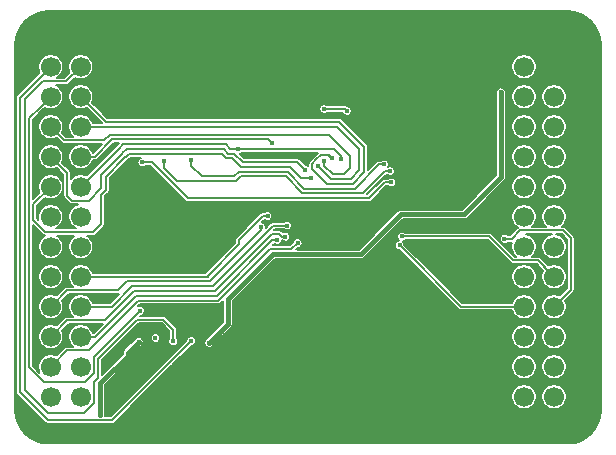
<source format=gbr>
G04 #@! TF.GenerationSoftware,KiCad,Pcbnew,(5.1.5)-3*
G04 #@! TF.CreationDate,2021-07-29T11:54:44+02:00*
G04 #@! TF.ProjectId,sDrive1,73447269-7665-4312-9e6b-696361645f70,rev?*
G04 #@! TF.SameCoordinates,Original*
G04 #@! TF.FileFunction,Copper,L2,Bot*
G04 #@! TF.FilePolarity,Positive*
%FSLAX46Y46*%
G04 Gerber Fmt 4.6, Leading zero omitted, Abs format (unit mm)*
G04 Created by KiCad (PCBNEW (5.1.5)-3) date 2021-07-29 11:54:44*
%MOMM*%
%LPD*%
G04 APERTURE LIST*
%ADD10C,1.700000*%
%ADD11C,0.400000*%
%ADD12C,0.203200*%
%ADD13C,0.381000*%
%ADD14C,0.127000*%
G04 APERTURE END LIST*
D10*
X45358780Y31806180D03*
X2738780Y16566180D03*
X42818780Y26726180D03*
X45358780Y16566180D03*
X5278780Y19106180D03*
X2738780Y26726180D03*
X5278780Y24186180D03*
X42818780Y8946180D03*
X2738780Y6406180D03*
X45358780Y8946180D03*
X42818780Y14026180D03*
X42818780Y16566180D03*
X2738780Y24186180D03*
X5278780Y26726180D03*
X2738780Y8946180D03*
X5278780Y8946180D03*
X45358780Y24186180D03*
X42818780Y21646180D03*
X45358780Y21646180D03*
X5278780Y16566180D03*
X45358780Y26726180D03*
X42818780Y24186180D03*
X45358780Y14026180D03*
X5278780Y11486180D03*
X42818780Y6406180D03*
X2738780Y31806180D03*
X5278780Y31806180D03*
X45358780Y11486180D03*
X2738780Y14026180D03*
X42818780Y29266180D03*
X2738780Y3866180D03*
X45358780Y29266180D03*
X5278780Y29266180D03*
X2738780Y19106180D03*
X42818780Y19106180D03*
X5278780Y14026180D03*
X45358780Y19106180D03*
X2738780Y21646180D03*
X2738780Y29266180D03*
X42818780Y11486180D03*
X45358780Y6406180D03*
X2738780Y11486180D03*
X42818780Y31806180D03*
X42818780Y3866180D03*
X45358780Y3866180D03*
X5278780Y21646180D03*
X5278780Y3866180D03*
X5278780Y6406180D03*
D11*
X29108000Y19986000D03*
X29108000Y18716000D03*
X29108000Y17446000D03*
X27838000Y19986000D03*
X27838000Y18716000D03*
X27838000Y17446000D03*
X26568000Y19986000D03*
X26568000Y18716000D03*
X26568000Y17446000D03*
X20790000Y24310000D03*
X27330000Y23980000D03*
X27840000Y28060000D03*
X18640000Y24850000D03*
X25880000Y28230000D03*
X21450000Y25370000D03*
X26600000Y24030000D03*
X32280000Y16680000D03*
X32490000Y17430000D03*
X41160000Y17230000D03*
X31590000Y22000000D03*
X10500000Y23710000D03*
X31480000Y22960000D03*
X12370000Y23820000D03*
X30960000Y23540000D03*
X14660000Y23910000D03*
X25890000Y23850000D03*
X25390000Y23360000D03*
X24290000Y23070000D03*
X24770000Y22390000D03*
X21100000Y19170000D03*
X20530000Y18230000D03*
X22750000Y18350000D03*
X22620000Y17410000D03*
X21920000Y17140000D03*
X23650000Y16870000D03*
X14644000Y8584000D03*
X13114000Y8544000D03*
X10310000Y11140000D03*
X6930000Y2340000D03*
X10190000Y8510000D03*
X16140000Y8420000D03*
X40860000Y29630000D03*
X11614000Y8841450D03*
D12*
X26742842Y24850000D02*
X18640000Y24850000D01*
X27330000Y24262842D02*
X26742842Y24850000D01*
X27330000Y23980000D02*
X27330000Y24262842D01*
X27670000Y28230000D02*
X27840000Y28060000D01*
X25880000Y28230000D02*
X27670000Y28230000D01*
X17943590Y24850000D02*
X18640000Y24850000D01*
X8482600Y24850000D02*
X8482600Y24872600D01*
X17560000Y25233590D02*
X17943590Y24850000D01*
X5278780Y21646180D02*
X8482600Y24850000D01*
X8482600Y24872600D02*
X8843590Y25233590D01*
X8843590Y25233590D02*
X17560000Y25233590D01*
X6480861Y24186180D02*
X7934681Y25640000D01*
X5278780Y24186180D02*
X6480861Y24186180D01*
X7934681Y25640000D02*
X19050000Y25640000D01*
X19050000Y25640000D02*
X20870000Y25640000D01*
X20870000Y25640000D02*
X21180000Y25640000D01*
X21180000Y25640000D02*
X21450000Y25370000D01*
X21450000Y25370000D02*
X21450000Y25370000D01*
X29286409Y25038341D02*
X27192160Y27132590D01*
X29286410Y22851660D02*
X29286409Y25038341D01*
X28328341Y21893591D02*
X29286410Y22851660D01*
X26225199Y24354801D02*
X25637695Y24354801D01*
X26109304Y21893590D02*
X28328341Y21893591D01*
X7412370Y27132590D02*
X5278780Y29266180D01*
X24885199Y23117695D02*
X26109304Y21893590D01*
X27192160Y27132590D02*
X7412370Y27132590D01*
X24885199Y23602305D02*
X24885199Y23117695D01*
X26430000Y24150000D02*
X26225199Y24354801D01*
X25634801Y24354801D02*
X25240000Y23960000D01*
X26600000Y24030000D02*
X26275199Y24354801D01*
X26275199Y24354801D02*
X25634801Y24354801D01*
X25637695Y24354801D02*
X25240000Y23960000D01*
X25240000Y23960000D02*
X24885199Y23602305D01*
X37473820Y11486180D02*
X42818780Y11486180D01*
X32280000Y16680000D02*
X37473820Y11486180D01*
X44508781Y14876179D02*
X45358780Y14026180D01*
X32490000Y17430000D02*
X39890000Y17430000D01*
X41908621Y15411379D02*
X44028621Y15411379D01*
X39890000Y17430000D02*
X41908621Y15411379D01*
X44028621Y15411379D02*
X44560000Y14880000D01*
X44560000Y14880000D02*
X44508781Y14876179D01*
X41773494Y17230000D02*
X42483494Y17940000D01*
X41160000Y17230000D02*
X41773494Y17230000D01*
X42483494Y17940000D02*
X46140000Y17940000D01*
X46140000Y17940000D02*
X46790000Y17290000D01*
X46790000Y12917400D02*
X45358780Y11486180D01*
X46790000Y17290000D02*
X46790000Y12917400D01*
X14348046Y20674362D02*
X29684362Y20674362D01*
X10500000Y23710000D02*
X11312408Y23710000D01*
X11312408Y23710000D02*
X14348046Y20674362D01*
X31010000Y22000000D02*
X31590000Y22000000D01*
X29684362Y20674362D02*
X31010000Y22000000D01*
X24049728Y21080772D02*
X29150772Y21080772D01*
X22623319Y22507181D02*
X24049728Y21080772D01*
X29150772Y21080772D02*
X31030000Y22960000D01*
X12370000Y23820000D02*
X12370000Y23227158D01*
X18829999Y22507181D02*
X22623319Y22507181D01*
X13477158Y22120000D02*
X14330000Y22120000D01*
X31030000Y22960000D02*
X31480000Y22960000D01*
X12370000Y23227158D02*
X13477158Y22120000D01*
X14330000Y22120000D02*
X18426408Y22103590D01*
X18426408Y22103590D02*
X18829999Y22507181D01*
X24218068Y21487182D02*
X22791660Y22913590D01*
X28496680Y21487182D02*
X24218068Y21487182D01*
X30960000Y23540000D02*
X30549500Y23540000D01*
X30549500Y23540000D02*
X28496680Y21487182D01*
X22791660Y22913590D02*
X18661659Y22913591D01*
X18661659Y22913591D02*
X18258068Y22510000D01*
X18258068Y22510000D02*
X16000000Y22510000D01*
X16000000Y22510000D02*
X15560000Y22510000D01*
X15560000Y22510000D02*
X14660000Y23410000D01*
X14660000Y23410000D02*
X14660000Y23410000D01*
X14660000Y23410000D02*
X14660000Y23520000D01*
X14660000Y23520000D02*
X14660000Y23560000D01*
X14660000Y23520000D02*
X14660000Y23910000D01*
X7766341Y26046410D02*
X26343590Y26046410D01*
X7291310Y25571379D02*
X7766341Y26046410D01*
X2738780Y26726180D02*
X3893581Y25571379D01*
X3893581Y25571379D02*
X7291310Y25571379D01*
X26343590Y26046410D02*
X28110000Y24280000D01*
X28110000Y23210000D02*
X27606410Y22706410D01*
X28110000Y24280000D02*
X28110000Y23210000D01*
X27606410Y22706410D02*
X26618340Y22706410D01*
X25890000Y23434750D02*
X25890000Y23850000D01*
X26618340Y22706410D02*
X25890000Y23434750D01*
X5278780Y26726180D02*
X27023820Y26726180D01*
X27023820Y26726180D02*
X28880000Y24870000D01*
X28880000Y24870000D02*
X28880000Y23020000D01*
X28880000Y23020000D02*
X28160000Y22300000D01*
X26450000Y22300000D02*
X25390000Y23360000D01*
X28160000Y22300000D02*
X26450000Y22300000D01*
X18299304Y24443590D02*
X18982894Y23760000D01*
X17775250Y24443590D02*
X18299304Y24443590D01*
X17408840Y24810000D02*
X17775250Y24443590D01*
X2738780Y24186180D02*
X4123979Y22800981D01*
X4123979Y22800981D02*
X4123979Y20876021D01*
X23600000Y23760000D02*
X24290000Y23070000D01*
X8803590Y24463590D02*
X9167180Y24827180D01*
X16160000Y24810000D02*
X17408840Y24810000D01*
X4123979Y20876021D02*
X4530000Y20470000D01*
X7010000Y22650000D02*
X8803590Y24443590D01*
X4530000Y20470000D02*
X5970000Y20470000D01*
X5970000Y20470000D02*
X7010000Y21510000D01*
X18982894Y23760000D02*
X23600000Y23760000D01*
X7010000Y21510000D02*
X7010000Y22650000D01*
X8803590Y24443590D02*
X8803590Y24463590D01*
X9167180Y24827180D02*
X16142820Y24827180D01*
X16142820Y24827180D02*
X16160000Y24810000D01*
X1260000Y20167400D02*
X2738780Y21646180D01*
X2260000Y17830000D02*
X1260000Y18830000D01*
X6350000Y17800000D02*
X2260000Y17830000D01*
X7030000Y18480000D02*
X6350000Y17800000D01*
X1260000Y18830000D02*
X1260000Y20167400D01*
X7030000Y19730000D02*
X7030000Y18480000D01*
X18112820Y24037180D02*
X18830000Y23320000D01*
X22960000Y23320000D02*
X23900000Y22380000D01*
X18830000Y23320000D02*
X22960000Y23320000D01*
X24770000Y22390000D02*
X23900000Y22380000D01*
X7030000Y20955250D02*
X7416410Y21341660D01*
X7030000Y19730000D02*
X7030000Y20955250D01*
X7416410Y21341660D02*
X7416410Y22481660D01*
X7416410Y22481660D02*
X8971930Y24037180D01*
X9225249Y24275249D02*
X9370770Y24420770D01*
X8971930Y24037180D02*
X9209999Y24275249D01*
X9209999Y24275249D02*
X9225249Y24275249D01*
X15974480Y24420770D02*
X15991660Y24403590D01*
X9370770Y24420770D02*
X15974480Y24420770D01*
X17606910Y24037180D02*
X17992820Y24037180D01*
X17240500Y24403590D02*
X17606910Y24037180D01*
X15991660Y24403590D02*
X17240500Y24403590D01*
X17992820Y24037180D02*
X18112820Y24037180D01*
X5278780Y14026180D02*
X16026180Y14026180D01*
X16026180Y14026180D02*
X16026180Y14096180D01*
X20722894Y19170000D02*
X18700000Y17147106D01*
X21100000Y19170000D02*
X20722894Y19170000D01*
X18700000Y17147106D02*
X18700000Y16760000D01*
X16026180Y14096180D02*
X18700000Y16760000D01*
X8461379Y12871379D02*
X9209770Y13619770D01*
X2738780Y11486180D02*
X4123979Y12871379D01*
X4123979Y12871379D02*
X8461379Y12871379D01*
X9209770Y13619770D02*
X16194521Y13619771D01*
X20140001Y17580001D02*
X20340000Y17780000D01*
X20140001Y17565251D02*
X20140001Y17580001D01*
X16194521Y13619771D02*
X20140001Y17565251D01*
X20530000Y17947158D02*
X20530000Y18230000D01*
X20362842Y17780000D02*
X20530000Y17947158D01*
X20340000Y17780000D02*
X20362842Y17780000D01*
X21580000Y18350000D02*
X22750000Y18350000D01*
X16443362Y13213362D02*
X21580000Y18350000D01*
X9643362Y13213362D02*
X16443362Y13213362D01*
X5278780Y11486180D02*
X7916180Y11486180D01*
X7916180Y11486180D02*
X9643362Y13213362D01*
X4123979Y10331379D02*
X7336129Y10331379D01*
X2738780Y8946180D02*
X4123979Y10331379D01*
X7336129Y10331379D02*
X9811702Y12806952D01*
X9811702Y12806952D02*
X16611703Y12806953D01*
X16611703Y12806953D02*
X21464750Y17660000D01*
X22087158Y17660000D02*
X21464750Y17660000D01*
X22337158Y17410000D02*
X22087158Y17660000D01*
X22620000Y17410000D02*
X22337158Y17410000D01*
X5278780Y8946180D02*
X6525680Y8946180D01*
X9980044Y12400544D02*
X16780044Y12400544D01*
X6525680Y8946180D02*
X9980044Y12400544D01*
X16780044Y12400544D02*
X21519500Y17140000D01*
X21519500Y17140000D02*
X21920000Y17140000D01*
X2738780Y6406180D02*
X4112600Y7780000D01*
X5960000Y7780000D02*
X10174134Y11994134D01*
X4112600Y7780000D02*
X5960000Y7780000D01*
X16948385Y11994135D02*
X21344250Y16390000D01*
X10174134Y11994134D02*
X16948385Y11994135D01*
X21344250Y16390000D02*
X23090000Y16390000D01*
X23090000Y16390000D02*
X23650000Y16870000D01*
X23650000Y16870000D02*
X23660000Y16960000D01*
X2484001Y1885999D02*
X100000Y4270000D01*
X14644000Y8584000D02*
X7945999Y1885999D01*
X7945999Y1885999D02*
X2484001Y1885999D01*
X100000Y29167400D02*
X2738780Y31806180D01*
X100000Y4270000D02*
X100000Y29167400D01*
X13114000Y8544000D02*
X13114000Y9546000D01*
X12270000Y10390000D02*
X10062908Y10390000D01*
X13114000Y9546000D02*
X12270000Y10390000D01*
X6382781Y3336259D02*
X5526522Y2480000D01*
X6382781Y5091413D02*
X6382781Y3336259D01*
X6738391Y5447023D02*
X6382781Y5091413D01*
X10062908Y10390000D02*
X6738391Y7065483D01*
X6738391Y7065483D02*
X6738391Y5447023D01*
X2491038Y2480000D02*
X540000Y4431038D01*
X5526522Y2480000D02*
X2491038Y2480000D01*
X548780Y8528780D02*
X548780Y29028780D01*
X540000Y4431038D02*
X540000Y8520000D01*
X540000Y8520000D02*
X548780Y8528780D01*
X548780Y29028780D02*
X2070000Y30550000D01*
X4022600Y30550000D02*
X5278780Y31806180D01*
X2070000Y30550000D02*
X4022600Y30550000D01*
X10310000Y11140000D02*
X6382781Y7212781D01*
X6382781Y5876259D02*
X5616522Y5110000D01*
X6382781Y7212781D02*
X6382781Y5876259D01*
X5616522Y5110000D02*
X2140000Y5110000D01*
X904390Y27431790D02*
X1888781Y28416181D01*
X904390Y6345610D02*
X904390Y27431790D01*
X1888781Y28416181D02*
X2738780Y29266180D01*
X2140000Y5110000D02*
X904390Y6345610D01*
D13*
X6930000Y2340000D02*
X6930000Y5010000D01*
X9250000Y7330000D02*
X9250000Y7570000D01*
X6930000Y5010000D02*
X9250000Y7330000D01*
X9250000Y7570000D02*
X10190000Y8510000D01*
X10190000Y8510000D02*
X10190000Y8510000D01*
X16140000Y8420000D02*
X17330000Y9610000D01*
X17330000Y9610000D02*
X17740000Y10020000D01*
X17740000Y10020000D02*
X17740000Y12157118D01*
X21528372Y15945490D02*
X23385490Y15945490D01*
X17740000Y12157118D02*
X21528372Y15945490D01*
X23528984Y15945490D02*
X23574474Y15900000D01*
X23385490Y15945490D02*
X23528984Y15945490D01*
X23574474Y15900000D02*
X28990000Y15900000D01*
X28990000Y15900000D02*
X32380000Y19290000D01*
X32380000Y19290000D02*
X37730000Y19290000D01*
X37730000Y19290000D02*
X40860000Y22420000D01*
X40860000Y22420000D02*
X40860000Y29630000D01*
X40860000Y29630000D02*
X40860000Y29630000D01*
D14*
G36*
X47080645Y36420456D02*
G01*
X47600696Y36263444D01*
X48080349Y36008408D01*
X48501325Y35665067D01*
X48847600Y35246492D01*
X49105976Y34768636D01*
X49266616Y34249693D01*
X49324466Y33699275D01*
X49324501Y33689249D01*
X49324500Y2700545D01*
X49270456Y2149355D01*
X49113444Y1629304D01*
X48858409Y1149654D01*
X48515070Y728677D01*
X48096492Y382400D01*
X47618640Y124027D01*
X47099694Y-36616D01*
X46549283Y-94466D01*
X46539536Y-94500D01*
X2550545Y-94500D01*
X1999355Y-40456D01*
X1479304Y116556D01*
X999654Y371591D01*
X578677Y714930D01*
X232400Y1133508D01*
X-25973Y1611360D01*
X-186616Y2130306D01*
X-244466Y2680717D01*
X-244500Y2690464D01*
X-244500Y29167400D01*
X-219036Y29167400D01*
X-217499Y29151794D01*
X-217500Y4285596D01*
X-219036Y4270000D01*
X-217500Y4254405D01*
X-212906Y4207760D01*
X-194751Y4147911D01*
X-165269Y4092754D01*
X-125593Y4044407D01*
X-113470Y4034458D01*
X2248464Y1672523D01*
X2258408Y1660406D01*
X2273574Y1647960D01*
X2306754Y1620730D01*
X2361911Y1591248D01*
X2421760Y1573093D01*
X2484001Y1566962D01*
X2499604Y1568499D01*
X7930403Y1568499D01*
X7945999Y1566963D01*
X7961595Y1568499D01*
X8008240Y1573093D01*
X8068089Y1591248D01*
X8123246Y1620730D01*
X8171592Y1660406D01*
X8181541Y1672529D01*
X10480174Y3971162D01*
X41752880Y3971162D01*
X41752880Y3761198D01*
X41793842Y3555269D01*
X41874192Y3361287D01*
X41990842Y3186709D01*
X42139309Y3038242D01*
X42313887Y2921592D01*
X42507869Y2841242D01*
X42713798Y2800280D01*
X42923762Y2800280D01*
X43129691Y2841242D01*
X43323673Y2921592D01*
X43498251Y3038242D01*
X43646718Y3186709D01*
X43763368Y3361287D01*
X43843718Y3555269D01*
X43884680Y3761198D01*
X43884680Y3971162D01*
X44292880Y3971162D01*
X44292880Y3761198D01*
X44333842Y3555269D01*
X44414192Y3361287D01*
X44530842Y3186709D01*
X44679309Y3038242D01*
X44853887Y2921592D01*
X45047869Y2841242D01*
X45253798Y2800280D01*
X45463762Y2800280D01*
X45669691Y2841242D01*
X45863673Y2921592D01*
X46038251Y3038242D01*
X46186718Y3186709D01*
X46303368Y3361287D01*
X46383718Y3555269D01*
X46424680Y3761198D01*
X46424680Y3971162D01*
X46383718Y4177091D01*
X46303368Y4371073D01*
X46186718Y4545651D01*
X46038251Y4694118D01*
X45863673Y4810768D01*
X45669691Y4891118D01*
X45463762Y4932080D01*
X45253798Y4932080D01*
X45047869Y4891118D01*
X44853887Y4810768D01*
X44679309Y4694118D01*
X44530842Y4545651D01*
X44414192Y4371073D01*
X44333842Y4177091D01*
X44292880Y3971162D01*
X43884680Y3971162D01*
X43843718Y4177091D01*
X43763368Y4371073D01*
X43646718Y4545651D01*
X43498251Y4694118D01*
X43323673Y4810768D01*
X43129691Y4891118D01*
X42923762Y4932080D01*
X42713798Y4932080D01*
X42507869Y4891118D01*
X42313887Y4810768D01*
X42139309Y4694118D01*
X41990842Y4545651D01*
X41874192Y4371073D01*
X41793842Y4177091D01*
X41752880Y3971162D01*
X10480174Y3971162D01*
X13020174Y6511162D01*
X41752880Y6511162D01*
X41752880Y6301198D01*
X41793842Y6095269D01*
X41874192Y5901287D01*
X41990842Y5726709D01*
X42139309Y5578242D01*
X42313887Y5461592D01*
X42507869Y5381242D01*
X42713798Y5340280D01*
X42923762Y5340280D01*
X43129691Y5381242D01*
X43323673Y5461592D01*
X43498251Y5578242D01*
X43646718Y5726709D01*
X43763368Y5901287D01*
X43843718Y6095269D01*
X43884680Y6301198D01*
X43884680Y6511162D01*
X44292880Y6511162D01*
X44292880Y6301198D01*
X44333842Y6095269D01*
X44414192Y5901287D01*
X44530842Y5726709D01*
X44679309Y5578242D01*
X44853887Y5461592D01*
X45047869Y5381242D01*
X45253798Y5340280D01*
X45463762Y5340280D01*
X45669691Y5381242D01*
X45863673Y5461592D01*
X46038251Y5578242D01*
X46186718Y5726709D01*
X46303368Y5901287D01*
X46383718Y6095269D01*
X46424680Y6301198D01*
X46424680Y6511162D01*
X46383718Y6717091D01*
X46303368Y6911073D01*
X46186718Y7085651D01*
X46038251Y7234118D01*
X45863673Y7350768D01*
X45669691Y7431118D01*
X45463762Y7472080D01*
X45253798Y7472080D01*
X45047869Y7431118D01*
X44853887Y7350768D01*
X44679309Y7234118D01*
X44530842Y7085651D01*
X44414192Y6911073D01*
X44333842Y6717091D01*
X44292880Y6511162D01*
X43884680Y6511162D01*
X43843718Y6717091D01*
X43763368Y6911073D01*
X43646718Y7085651D01*
X43498251Y7234118D01*
X43323673Y7350768D01*
X43129691Y7431118D01*
X42923762Y7472080D01*
X42713798Y7472080D01*
X42507869Y7431118D01*
X42313887Y7350768D01*
X42139309Y7234118D01*
X41990842Y7085651D01*
X41874192Y6911073D01*
X41793842Y6717091D01*
X41752880Y6511162D01*
X13020174Y6511162D01*
X14677113Y8168100D01*
X14684963Y8168100D01*
X14765313Y8184083D01*
X14841002Y8215435D01*
X14909121Y8260950D01*
X14967050Y8318879D01*
X15012565Y8386998D01*
X15043917Y8462687D01*
X15059900Y8543037D01*
X15059900Y8624963D01*
X15043917Y8705313D01*
X15012565Y8781002D01*
X14967050Y8849121D01*
X14909121Y8907050D01*
X14841002Y8952565D01*
X14765313Y8983917D01*
X14684963Y8999900D01*
X14603037Y8999900D01*
X14522687Y8983917D01*
X14446998Y8952565D01*
X14378879Y8907050D01*
X14320950Y8849121D01*
X14275435Y8781002D01*
X14244083Y8705313D01*
X14228100Y8624963D01*
X14228100Y8617113D01*
X7814487Y2203499D01*
X7323626Y2203499D01*
X7329917Y2218687D01*
X7345900Y2299037D01*
X7345900Y2380963D01*
X7336400Y2428722D01*
X7336400Y4841664D01*
X9523255Y7028519D01*
X9538758Y7041242D01*
X9589544Y7103124D01*
X9627281Y7173725D01*
X9650519Y7250332D01*
X9656400Y7310040D01*
X9656400Y7310046D01*
X9658365Y7329999D01*
X9656400Y7349952D01*
X9656400Y7401664D01*
X10414636Y8159899D01*
X10455121Y8186950D01*
X10513050Y8244879D01*
X10558565Y8312998D01*
X10589917Y8388687D01*
X10605900Y8469037D01*
X10605900Y8550963D01*
X10589917Y8631313D01*
X10558565Y8707002D01*
X10513050Y8775121D01*
X10455121Y8833050D01*
X10387002Y8878565D01*
X10377713Y8882413D01*
X11198100Y8882413D01*
X11198100Y8800487D01*
X11214083Y8720137D01*
X11245435Y8644448D01*
X11290950Y8576329D01*
X11348879Y8518400D01*
X11416998Y8472885D01*
X11492687Y8441533D01*
X11573037Y8425550D01*
X11654963Y8425550D01*
X11735313Y8441533D01*
X11811002Y8472885D01*
X11879121Y8518400D01*
X11937050Y8576329D01*
X11982565Y8644448D01*
X12013917Y8720137D01*
X12029900Y8800487D01*
X12029900Y8882413D01*
X12013917Y8962763D01*
X11982565Y9038452D01*
X11937050Y9106571D01*
X11879121Y9164500D01*
X11811002Y9210015D01*
X11735313Y9241367D01*
X11654963Y9257350D01*
X11573037Y9257350D01*
X11492687Y9241367D01*
X11416998Y9210015D01*
X11348879Y9164500D01*
X11290950Y9106571D01*
X11245435Y9038452D01*
X11214083Y8962763D01*
X11198100Y8882413D01*
X10377713Y8882413D01*
X10311313Y8909917D01*
X10230963Y8925900D01*
X10149037Y8925900D01*
X10068687Y8909917D01*
X9992998Y8878565D01*
X9924879Y8833050D01*
X9866950Y8775121D01*
X9839899Y8734636D01*
X8976741Y7871477D01*
X8961243Y7858758D01*
X8948522Y7843258D01*
X8948518Y7843254D01*
X8937348Y7829643D01*
X8910456Y7796876D01*
X8872719Y7726275D01*
X8849481Y7649668D01*
X8843600Y7589960D01*
X8843600Y7589953D01*
X8841635Y7570000D01*
X8843600Y7550047D01*
X8843600Y7498336D01*
X7055891Y5710627D01*
X7055891Y6933971D01*
X10194421Y10072500D01*
X12138488Y10072500D01*
X12796501Y9414486D01*
X12796500Y8814671D01*
X12790950Y8809121D01*
X12745435Y8741002D01*
X12714083Y8665313D01*
X12698100Y8584963D01*
X12698100Y8503037D01*
X12714083Y8422687D01*
X12745435Y8346998D01*
X12790950Y8278879D01*
X12848879Y8220950D01*
X12916998Y8175435D01*
X12992687Y8144083D01*
X13073037Y8128100D01*
X13154963Y8128100D01*
X13235313Y8144083D01*
X13311002Y8175435D01*
X13379121Y8220950D01*
X13437050Y8278879D01*
X13482565Y8346998D01*
X13513917Y8422687D01*
X13529900Y8503037D01*
X13529900Y8584963D01*
X13513917Y8665313D01*
X13482565Y8741002D01*
X13437050Y8809121D01*
X13431500Y8814671D01*
X13431500Y9530408D01*
X13433036Y9546001D01*
X13431500Y9561596D01*
X13426906Y9608241D01*
X13408751Y9668090D01*
X13379269Y9723247D01*
X13339593Y9771593D01*
X13327476Y9781537D01*
X12505542Y10603470D01*
X12495593Y10615593D01*
X12447247Y10655269D01*
X12392090Y10684751D01*
X12332241Y10702906D01*
X12285596Y10707500D01*
X12270000Y10709036D01*
X12254404Y10707500D01*
X10326513Y10707500D01*
X10343113Y10724100D01*
X10350963Y10724100D01*
X10431313Y10740083D01*
X10507002Y10771435D01*
X10575121Y10816950D01*
X10633050Y10874879D01*
X10678565Y10942998D01*
X10709917Y11018687D01*
X10725900Y11099037D01*
X10725900Y11180963D01*
X10709917Y11261313D01*
X10678565Y11337002D01*
X10633050Y11405121D01*
X10575121Y11463050D01*
X10507002Y11508565D01*
X10431313Y11539917D01*
X10350963Y11555900D01*
X10269037Y11555900D01*
X10188687Y11539917D01*
X10154959Y11525946D01*
X10305647Y11676634D01*
X16932779Y11676636D01*
X16948385Y11675099D01*
X17010625Y11681229D01*
X17070474Y11699384D01*
X17096149Y11713108D01*
X17125632Y11728867D01*
X17173978Y11768543D01*
X17183922Y11780660D01*
X17333601Y11930339D01*
X17333600Y10188337D01*
X17056745Y9911481D01*
X15915366Y8770102D01*
X15874879Y8743050D01*
X15816950Y8685121D01*
X15771435Y8617002D01*
X15740083Y8541313D01*
X15724100Y8460963D01*
X15724100Y8379037D01*
X15740083Y8298687D01*
X15771435Y8222998D01*
X15816950Y8154879D01*
X15874879Y8096950D01*
X15942998Y8051435D01*
X16018687Y8020083D01*
X16099037Y8004100D01*
X16180963Y8004100D01*
X16261313Y8020083D01*
X16337002Y8051435D01*
X16405121Y8096950D01*
X16463050Y8154879D01*
X16490102Y8195366D01*
X17345898Y9051162D01*
X41752880Y9051162D01*
X41752880Y8841198D01*
X41793842Y8635269D01*
X41874192Y8441287D01*
X41990842Y8266709D01*
X42139309Y8118242D01*
X42313887Y8001592D01*
X42507869Y7921242D01*
X42713798Y7880280D01*
X42923762Y7880280D01*
X43129691Y7921242D01*
X43323673Y8001592D01*
X43498251Y8118242D01*
X43646718Y8266709D01*
X43763368Y8441287D01*
X43843718Y8635269D01*
X43884680Y8841198D01*
X43884680Y9051162D01*
X44292880Y9051162D01*
X44292880Y8841198D01*
X44333842Y8635269D01*
X44414192Y8441287D01*
X44530842Y8266709D01*
X44679309Y8118242D01*
X44853887Y8001592D01*
X45047869Y7921242D01*
X45253798Y7880280D01*
X45463762Y7880280D01*
X45669691Y7921242D01*
X45863673Y8001592D01*
X46038251Y8118242D01*
X46186718Y8266709D01*
X46303368Y8441287D01*
X46383718Y8635269D01*
X46424680Y8841198D01*
X46424680Y9051162D01*
X46383718Y9257091D01*
X46303368Y9451073D01*
X46186718Y9625651D01*
X46038251Y9774118D01*
X45863673Y9890768D01*
X45669691Y9971118D01*
X45463762Y10012080D01*
X45253798Y10012080D01*
X45047869Y9971118D01*
X44853887Y9890768D01*
X44679309Y9774118D01*
X44530842Y9625651D01*
X44414192Y9451073D01*
X44333842Y9257091D01*
X44292880Y9051162D01*
X43884680Y9051162D01*
X43843718Y9257091D01*
X43763368Y9451073D01*
X43646718Y9625651D01*
X43498251Y9774118D01*
X43323673Y9890768D01*
X43129691Y9971118D01*
X42923762Y10012080D01*
X42713798Y10012080D01*
X42507869Y9971118D01*
X42313887Y9890768D01*
X42139309Y9774118D01*
X41990842Y9625651D01*
X41874192Y9451073D01*
X41793842Y9257091D01*
X41752880Y9051162D01*
X17345898Y9051162D01*
X17631481Y9336745D01*
X18013260Y9718523D01*
X18028758Y9731242D01*
X18041477Y9746740D01*
X18041482Y9746745D01*
X18063946Y9774118D01*
X18079544Y9793124D01*
X18117281Y9863725D01*
X18140519Y9940332D01*
X18146400Y10000040D01*
X18146400Y10000047D01*
X18148365Y10020000D01*
X18146400Y10039953D01*
X18146400Y11988782D01*
X21696709Y15539090D01*
X23387571Y15539090D01*
X23418199Y15522719D01*
X23494806Y15499481D01*
X23554514Y15493600D01*
X23554521Y15493600D01*
X23574474Y15491635D01*
X23594427Y15493600D01*
X28970047Y15493600D01*
X28990000Y15491635D01*
X29009953Y15493600D01*
X29009960Y15493600D01*
X29069668Y15499481D01*
X29146275Y15522719D01*
X29216876Y15560456D01*
X29278758Y15611242D01*
X29291482Y15626746D01*
X30385699Y16720963D01*
X31864100Y16720963D01*
X31864100Y16639037D01*
X31880083Y16558687D01*
X31911435Y16482998D01*
X31956950Y16414879D01*
X32014879Y16356950D01*
X32082998Y16311435D01*
X32158687Y16280083D01*
X32239037Y16264100D01*
X32246888Y16264100D01*
X37238283Y11272704D01*
X37248227Y11260587D01*
X37296572Y11220912D01*
X37296573Y11220911D01*
X37351730Y11191429D01*
X37411579Y11173274D01*
X37473820Y11167144D01*
X37489416Y11168680D01*
X41796571Y11168680D01*
X41874192Y10981287D01*
X41990842Y10806709D01*
X42139309Y10658242D01*
X42313887Y10541592D01*
X42507869Y10461242D01*
X42713798Y10420280D01*
X42923762Y10420280D01*
X43129691Y10461242D01*
X43323673Y10541592D01*
X43498251Y10658242D01*
X43646718Y10806709D01*
X43763368Y10981287D01*
X43843718Y11175269D01*
X43884680Y11381198D01*
X43884680Y11591162D01*
X43843718Y11797091D01*
X43763368Y11991073D01*
X43646718Y12165651D01*
X43498251Y12314118D01*
X43323673Y12430768D01*
X43129691Y12511118D01*
X42923762Y12552080D01*
X42713798Y12552080D01*
X42507869Y12511118D01*
X42313887Y12430768D01*
X42139309Y12314118D01*
X41990842Y12165651D01*
X41874192Y11991073D01*
X41796571Y11803680D01*
X37605333Y11803680D01*
X35277851Y14131162D01*
X41752880Y14131162D01*
X41752880Y13921198D01*
X41793842Y13715269D01*
X41874192Y13521287D01*
X41990842Y13346709D01*
X42139309Y13198242D01*
X42313887Y13081592D01*
X42507869Y13001242D01*
X42713798Y12960280D01*
X42923762Y12960280D01*
X43129691Y13001242D01*
X43323673Y13081592D01*
X43498251Y13198242D01*
X43646718Y13346709D01*
X43763368Y13521287D01*
X43843718Y13715269D01*
X43884680Y13921198D01*
X43884680Y14131162D01*
X43843718Y14337091D01*
X43763368Y14531073D01*
X43646718Y14705651D01*
X43498251Y14854118D01*
X43323673Y14970768D01*
X43129691Y15051118D01*
X42923762Y15092080D01*
X42713798Y15092080D01*
X42507869Y15051118D01*
X42313887Y14970768D01*
X42139309Y14854118D01*
X41990842Y14705651D01*
X41874192Y14531073D01*
X41793842Y14337091D01*
X41752880Y14131162D01*
X35277851Y14131162D01*
X32695900Y16713112D01*
X32695900Y16720963D01*
X32679917Y16801313D01*
X32648565Y16877002D01*
X32603050Y16945121D01*
X32545121Y17003050D01*
X32528583Y17014100D01*
X32530963Y17014100D01*
X32611313Y17030083D01*
X32687002Y17061435D01*
X32755121Y17106950D01*
X32760671Y17112500D01*
X39758488Y17112500D01*
X41673084Y15197903D01*
X41683028Y15185786D01*
X41731374Y15146110D01*
X41786531Y15116628D01*
X41846380Y15098473D01*
X41893025Y15093879D01*
X41893027Y15093879D01*
X41908620Y15092343D01*
X41924213Y15093879D01*
X43897109Y15093879D01*
X44202141Y14788846D01*
X44208385Y14772699D01*
X44214030Y14754090D01*
X44219639Y14743597D01*
X44223930Y14732500D01*
X44234349Y14716076D01*
X44243513Y14698933D01*
X44251058Y14689739D01*
X44257434Y14679689D01*
X44270854Y14665617D01*
X44273247Y14662701D01*
X44281619Y14654329D01*
X44300597Y14634429D01*
X44303702Y14632246D01*
X44411463Y14524485D01*
X44333842Y14337091D01*
X44292880Y14131162D01*
X44292880Y13921198D01*
X44333842Y13715269D01*
X44414192Y13521287D01*
X44530842Y13346709D01*
X44679309Y13198242D01*
X44853887Y13081592D01*
X45047869Y13001242D01*
X45253798Y12960280D01*
X45463762Y12960280D01*
X45669691Y13001242D01*
X45863673Y13081592D01*
X46038251Y13198242D01*
X46186718Y13346709D01*
X46303368Y13521287D01*
X46383718Y13715269D01*
X46424680Y13921198D01*
X46424680Y14131162D01*
X46383718Y14337091D01*
X46303368Y14531073D01*
X46186718Y14705651D01*
X46038251Y14854118D01*
X45863673Y14970768D01*
X45669691Y15051118D01*
X45463762Y15092080D01*
X45253798Y15092080D01*
X45047869Y15051118D01*
X44863734Y14974847D01*
X44860395Y14983481D01*
X44854750Y15002091D01*
X44849141Y15012584D01*
X44844851Y15023679D01*
X44834436Y15040095D01*
X44825268Y15057248D01*
X44817718Y15066448D01*
X44811347Y15076490D01*
X44797934Y15090555D01*
X44795534Y15093479D01*
X44787141Y15101872D01*
X44768184Y15121750D01*
X44765082Y15123930D01*
X44264163Y15624849D01*
X44254214Y15636972D01*
X44205868Y15676648D01*
X44150711Y15706130D01*
X44090862Y15724285D01*
X44044217Y15728879D01*
X44028621Y15730415D01*
X44013025Y15728879D01*
X43484238Y15728879D01*
X43498251Y15738242D01*
X43646718Y15886709D01*
X43763368Y16061287D01*
X43843718Y16255269D01*
X43884680Y16461198D01*
X43884680Y16671162D01*
X43843718Y16877091D01*
X43763368Y17071073D01*
X43646718Y17245651D01*
X43498251Y17394118D01*
X43323673Y17510768D01*
X43129691Y17591118D01*
X42971924Y17622500D01*
X45205636Y17622500D01*
X45047869Y17591118D01*
X44853887Y17510768D01*
X44679309Y17394118D01*
X44530842Y17245651D01*
X44414192Y17071073D01*
X44333842Y16877091D01*
X44292880Y16671162D01*
X44292880Y16461198D01*
X44333842Y16255269D01*
X44414192Y16061287D01*
X44530842Y15886709D01*
X44679309Y15738242D01*
X44853887Y15621592D01*
X45047869Y15541242D01*
X45253798Y15500280D01*
X45463762Y15500280D01*
X45669691Y15541242D01*
X45863673Y15621592D01*
X46038251Y15738242D01*
X46186718Y15886709D01*
X46303368Y16061287D01*
X46383718Y16255269D01*
X46424680Y16461198D01*
X46424680Y16671162D01*
X46383718Y16877091D01*
X46303368Y17071073D01*
X46186718Y17245651D01*
X46038251Y17394118D01*
X45863673Y17510768D01*
X45669691Y17591118D01*
X45511924Y17622500D01*
X46008488Y17622500D01*
X46472500Y17158487D01*
X46472501Y13048914D01*
X45857085Y12433497D01*
X45669691Y12511118D01*
X45463762Y12552080D01*
X45253798Y12552080D01*
X45047869Y12511118D01*
X44853887Y12430768D01*
X44679309Y12314118D01*
X44530842Y12165651D01*
X44414192Y11991073D01*
X44333842Y11797091D01*
X44292880Y11591162D01*
X44292880Y11381198D01*
X44333842Y11175269D01*
X44414192Y10981287D01*
X44530842Y10806709D01*
X44679309Y10658242D01*
X44853887Y10541592D01*
X45047869Y10461242D01*
X45253798Y10420280D01*
X45463762Y10420280D01*
X45669691Y10461242D01*
X45863673Y10541592D01*
X46038251Y10658242D01*
X46186718Y10806709D01*
X46303368Y10981287D01*
X46383718Y11175269D01*
X46424680Y11381198D01*
X46424680Y11591162D01*
X46383718Y11797091D01*
X46306097Y11984485D01*
X47003476Y12681863D01*
X47015593Y12691807D01*
X47055269Y12740153D01*
X47084751Y12795310D01*
X47102906Y12855159D01*
X47107500Y12901804D01*
X47109036Y12917400D01*
X47107500Y12932996D01*
X47107500Y17274404D01*
X47109036Y17290000D01*
X47106353Y17317247D01*
X47102906Y17352241D01*
X47084751Y17412090D01*
X47055269Y17467247D01*
X47015593Y17515593D01*
X47003477Y17525536D01*
X46375542Y18153470D01*
X46365593Y18165593D01*
X46317247Y18205269D01*
X46262090Y18234751D01*
X46202241Y18252906D01*
X46155596Y18257500D01*
X46140000Y18259036D01*
X46124404Y18257500D01*
X46007209Y18257500D01*
X46038251Y18278242D01*
X46186718Y18426709D01*
X46303368Y18601287D01*
X46383718Y18795269D01*
X46424680Y19001198D01*
X46424680Y19211162D01*
X46383718Y19417091D01*
X46303368Y19611073D01*
X46186718Y19785651D01*
X46038251Y19934118D01*
X45863673Y20050768D01*
X45669691Y20131118D01*
X45463762Y20172080D01*
X45253798Y20172080D01*
X45047869Y20131118D01*
X44853887Y20050768D01*
X44679309Y19934118D01*
X44530842Y19785651D01*
X44414192Y19611073D01*
X44333842Y19417091D01*
X44292880Y19211162D01*
X44292880Y19001198D01*
X44333842Y18795269D01*
X44414192Y18601287D01*
X44530842Y18426709D01*
X44679309Y18278242D01*
X44710351Y18257500D01*
X43467209Y18257500D01*
X43498251Y18278242D01*
X43646718Y18426709D01*
X43763368Y18601287D01*
X43843718Y18795269D01*
X43884680Y19001198D01*
X43884680Y19211162D01*
X43843718Y19417091D01*
X43763368Y19611073D01*
X43646718Y19785651D01*
X43498251Y19934118D01*
X43323673Y20050768D01*
X43129691Y20131118D01*
X42923762Y20172080D01*
X42713798Y20172080D01*
X42507869Y20131118D01*
X42313887Y20050768D01*
X42139309Y19934118D01*
X41990842Y19785651D01*
X41874192Y19611073D01*
X41793842Y19417091D01*
X41752880Y19211162D01*
X41752880Y19001198D01*
X41793842Y18795269D01*
X41874192Y18601287D01*
X41990842Y18426709D01*
X42139309Y18278242D01*
X42280340Y18184008D01*
X42257901Y18165593D01*
X42247957Y18153476D01*
X41641982Y17547500D01*
X41430671Y17547500D01*
X41425121Y17553050D01*
X41357002Y17598565D01*
X41281313Y17629917D01*
X41200963Y17645900D01*
X41119037Y17645900D01*
X41038687Y17629917D01*
X40962998Y17598565D01*
X40894879Y17553050D01*
X40836950Y17495121D01*
X40791435Y17427002D01*
X40760083Y17351313D01*
X40744100Y17270963D01*
X40744100Y17189037D01*
X40760083Y17108687D01*
X40791435Y17032998D01*
X40836950Y16964879D01*
X40894879Y16906950D01*
X40962998Y16861435D01*
X41038687Y16830083D01*
X41119037Y16814100D01*
X41200963Y16814100D01*
X41281313Y16830083D01*
X41357002Y16861435D01*
X41425121Y16906950D01*
X41430671Y16912500D01*
X41757898Y16912500D01*
X41773494Y16910964D01*
X41789090Y16912500D01*
X41809335Y16914494D01*
X41793842Y16877091D01*
X41752880Y16671162D01*
X41752880Y16461198D01*
X41793842Y16255269D01*
X41874192Y16061287D01*
X41990842Y15886709D01*
X42139309Y15738242D01*
X42153322Y15728879D01*
X42040134Y15728879D01*
X40125542Y17643470D01*
X40115593Y17655593D01*
X40067247Y17695269D01*
X40012090Y17724751D01*
X39952241Y17742906D01*
X39905596Y17747500D01*
X39890000Y17749036D01*
X39874404Y17747500D01*
X32760671Y17747500D01*
X32755121Y17753050D01*
X32687002Y17798565D01*
X32611313Y17829917D01*
X32530963Y17845900D01*
X32449037Y17845900D01*
X32368687Y17829917D01*
X32292998Y17798565D01*
X32224879Y17753050D01*
X32166950Y17695121D01*
X32121435Y17627002D01*
X32090083Y17551313D01*
X32074100Y17470963D01*
X32074100Y17389037D01*
X32090083Y17308687D01*
X32121435Y17232998D01*
X32166950Y17164879D01*
X32224879Y17106950D01*
X32241417Y17095900D01*
X32239037Y17095900D01*
X32158687Y17079917D01*
X32082998Y17048565D01*
X32014879Y17003050D01*
X31956950Y16945121D01*
X31911435Y16877002D01*
X31880083Y16801313D01*
X31864100Y16720963D01*
X30385699Y16720963D01*
X32548337Y18883600D01*
X37710047Y18883600D01*
X37730000Y18881635D01*
X37749953Y18883600D01*
X37749960Y18883600D01*
X37809668Y18889481D01*
X37886275Y18912719D01*
X37956876Y18950456D01*
X38018758Y19001242D01*
X38031482Y19016746D01*
X40765898Y21751162D01*
X41752880Y21751162D01*
X41752880Y21541198D01*
X41793842Y21335269D01*
X41874192Y21141287D01*
X41990842Y20966709D01*
X42139309Y20818242D01*
X42313887Y20701592D01*
X42507869Y20621242D01*
X42713798Y20580280D01*
X42923762Y20580280D01*
X43129691Y20621242D01*
X43323673Y20701592D01*
X43498251Y20818242D01*
X43646718Y20966709D01*
X43763368Y21141287D01*
X43843718Y21335269D01*
X43884680Y21541198D01*
X43884680Y21751162D01*
X44292880Y21751162D01*
X44292880Y21541198D01*
X44333842Y21335269D01*
X44414192Y21141287D01*
X44530842Y20966709D01*
X44679309Y20818242D01*
X44853887Y20701592D01*
X45047869Y20621242D01*
X45253798Y20580280D01*
X45463762Y20580280D01*
X45669691Y20621242D01*
X45863673Y20701592D01*
X46038251Y20818242D01*
X46186718Y20966709D01*
X46303368Y21141287D01*
X46383718Y21335269D01*
X46424680Y21541198D01*
X46424680Y21751162D01*
X46383718Y21957091D01*
X46303368Y22151073D01*
X46186718Y22325651D01*
X46038251Y22474118D01*
X45863673Y22590768D01*
X45669691Y22671118D01*
X45463762Y22712080D01*
X45253798Y22712080D01*
X45047869Y22671118D01*
X44853887Y22590768D01*
X44679309Y22474118D01*
X44530842Y22325651D01*
X44414192Y22151073D01*
X44333842Y21957091D01*
X44292880Y21751162D01*
X43884680Y21751162D01*
X43843718Y21957091D01*
X43763368Y22151073D01*
X43646718Y22325651D01*
X43498251Y22474118D01*
X43323673Y22590768D01*
X43129691Y22671118D01*
X42923762Y22712080D01*
X42713798Y22712080D01*
X42507869Y22671118D01*
X42313887Y22590768D01*
X42139309Y22474118D01*
X41990842Y22325651D01*
X41874192Y22151073D01*
X41793842Y21957091D01*
X41752880Y21751162D01*
X40765898Y21751162D01*
X41133255Y22118519D01*
X41148758Y22131242D01*
X41199544Y22193124D01*
X41237281Y22263725D01*
X41257677Y22330964D01*
X41260519Y22340331D01*
X41262677Y22362242D01*
X41266400Y22400040D01*
X41266400Y22400046D01*
X41268365Y22419999D01*
X41266400Y22439952D01*
X41266400Y24291162D01*
X41752880Y24291162D01*
X41752880Y24081198D01*
X41793842Y23875269D01*
X41874192Y23681287D01*
X41990842Y23506709D01*
X42139309Y23358242D01*
X42313887Y23241592D01*
X42507869Y23161242D01*
X42713798Y23120280D01*
X42923762Y23120280D01*
X43129691Y23161242D01*
X43323673Y23241592D01*
X43498251Y23358242D01*
X43646718Y23506709D01*
X43763368Y23681287D01*
X43843718Y23875269D01*
X43884680Y24081198D01*
X43884680Y24291162D01*
X44292880Y24291162D01*
X44292880Y24081198D01*
X44333842Y23875269D01*
X44414192Y23681287D01*
X44530842Y23506709D01*
X44679309Y23358242D01*
X44853887Y23241592D01*
X45047869Y23161242D01*
X45253798Y23120280D01*
X45463762Y23120280D01*
X45669691Y23161242D01*
X45863673Y23241592D01*
X46038251Y23358242D01*
X46186718Y23506709D01*
X46303368Y23681287D01*
X46383718Y23875269D01*
X46424680Y24081198D01*
X46424680Y24291162D01*
X46383718Y24497091D01*
X46303368Y24691073D01*
X46186718Y24865651D01*
X46038251Y25014118D01*
X45863673Y25130768D01*
X45669691Y25211118D01*
X45463762Y25252080D01*
X45253798Y25252080D01*
X45047869Y25211118D01*
X44853887Y25130768D01*
X44679309Y25014118D01*
X44530842Y24865651D01*
X44414192Y24691073D01*
X44333842Y24497091D01*
X44292880Y24291162D01*
X43884680Y24291162D01*
X43843718Y24497091D01*
X43763368Y24691073D01*
X43646718Y24865651D01*
X43498251Y25014118D01*
X43323673Y25130768D01*
X43129691Y25211118D01*
X42923762Y25252080D01*
X42713798Y25252080D01*
X42507869Y25211118D01*
X42313887Y25130768D01*
X42139309Y25014118D01*
X41990842Y24865651D01*
X41874192Y24691073D01*
X41793842Y24497091D01*
X41752880Y24291162D01*
X41266400Y24291162D01*
X41266400Y26831162D01*
X41752880Y26831162D01*
X41752880Y26621198D01*
X41793842Y26415269D01*
X41874192Y26221287D01*
X41990842Y26046709D01*
X42139309Y25898242D01*
X42313887Y25781592D01*
X42507869Y25701242D01*
X42713798Y25660280D01*
X42923762Y25660280D01*
X43129691Y25701242D01*
X43323673Y25781592D01*
X43498251Y25898242D01*
X43646718Y26046709D01*
X43763368Y26221287D01*
X43843718Y26415269D01*
X43884680Y26621198D01*
X43884680Y26831162D01*
X44292880Y26831162D01*
X44292880Y26621198D01*
X44333842Y26415269D01*
X44414192Y26221287D01*
X44530842Y26046709D01*
X44679309Y25898242D01*
X44853887Y25781592D01*
X45047869Y25701242D01*
X45253798Y25660280D01*
X45463762Y25660280D01*
X45669691Y25701242D01*
X45863673Y25781592D01*
X46038251Y25898242D01*
X46186718Y26046709D01*
X46303368Y26221287D01*
X46383718Y26415269D01*
X46424680Y26621198D01*
X46424680Y26831162D01*
X46383718Y27037091D01*
X46303368Y27231073D01*
X46186718Y27405651D01*
X46038251Y27554118D01*
X45863673Y27670768D01*
X45669691Y27751118D01*
X45463762Y27792080D01*
X45253798Y27792080D01*
X45047869Y27751118D01*
X44853887Y27670768D01*
X44679309Y27554118D01*
X44530842Y27405651D01*
X44414192Y27231073D01*
X44333842Y27037091D01*
X44292880Y26831162D01*
X43884680Y26831162D01*
X43843718Y27037091D01*
X43763368Y27231073D01*
X43646718Y27405651D01*
X43498251Y27554118D01*
X43323673Y27670768D01*
X43129691Y27751118D01*
X42923762Y27792080D01*
X42713798Y27792080D01*
X42507869Y27751118D01*
X42313887Y27670768D01*
X42139309Y27554118D01*
X41990842Y27405651D01*
X41874192Y27231073D01*
X41793842Y27037091D01*
X41752880Y26831162D01*
X41266400Y26831162D01*
X41266400Y29371162D01*
X41752880Y29371162D01*
X41752880Y29161198D01*
X41793842Y28955269D01*
X41874192Y28761287D01*
X41990842Y28586709D01*
X42139309Y28438242D01*
X42313887Y28321592D01*
X42507869Y28241242D01*
X42713798Y28200280D01*
X42923762Y28200280D01*
X43129691Y28241242D01*
X43323673Y28321592D01*
X43498251Y28438242D01*
X43646718Y28586709D01*
X43763368Y28761287D01*
X43843718Y28955269D01*
X43884680Y29161198D01*
X43884680Y29371162D01*
X44292880Y29371162D01*
X44292880Y29161198D01*
X44333842Y28955269D01*
X44414192Y28761287D01*
X44530842Y28586709D01*
X44679309Y28438242D01*
X44853887Y28321592D01*
X45047869Y28241242D01*
X45253798Y28200280D01*
X45463762Y28200280D01*
X45669691Y28241242D01*
X45863673Y28321592D01*
X46038251Y28438242D01*
X46186718Y28586709D01*
X46303368Y28761287D01*
X46383718Y28955269D01*
X46424680Y29161198D01*
X46424680Y29371162D01*
X46383718Y29577091D01*
X46303368Y29771073D01*
X46186718Y29945651D01*
X46038251Y30094118D01*
X45863673Y30210768D01*
X45669691Y30291118D01*
X45463762Y30332080D01*
X45253798Y30332080D01*
X45047869Y30291118D01*
X44853887Y30210768D01*
X44679309Y30094118D01*
X44530842Y29945651D01*
X44414192Y29771073D01*
X44333842Y29577091D01*
X44292880Y29371162D01*
X43884680Y29371162D01*
X43843718Y29577091D01*
X43763368Y29771073D01*
X43646718Y29945651D01*
X43498251Y30094118D01*
X43323673Y30210768D01*
X43129691Y30291118D01*
X42923762Y30332080D01*
X42713798Y30332080D01*
X42507869Y30291118D01*
X42313887Y30210768D01*
X42139309Y30094118D01*
X41990842Y29945651D01*
X41874192Y29771073D01*
X41793842Y29577091D01*
X41752880Y29371162D01*
X41266400Y29371162D01*
X41266400Y29541278D01*
X41275900Y29589037D01*
X41275900Y29670963D01*
X41259917Y29751313D01*
X41228565Y29827002D01*
X41183050Y29895121D01*
X41125121Y29953050D01*
X41057002Y29998565D01*
X40981313Y30029917D01*
X40900963Y30045900D01*
X40819037Y30045900D01*
X40738687Y30029917D01*
X40662998Y29998565D01*
X40594879Y29953050D01*
X40536950Y29895121D01*
X40491435Y29827002D01*
X40460083Y29751313D01*
X40444100Y29670963D01*
X40444100Y29589037D01*
X40453601Y29541273D01*
X40453600Y22588336D01*
X37561664Y19696400D01*
X32399953Y19696400D01*
X32380000Y19698365D01*
X32360047Y19696400D01*
X32360040Y19696400D01*
X32307604Y19691235D01*
X32300331Y19690519D01*
X32225304Y19667760D01*
X32223725Y19667281D01*
X32153124Y19629544D01*
X32130617Y19611073D01*
X32106745Y19591482D01*
X32106740Y19591477D01*
X32091242Y19578758D01*
X32078523Y19563260D01*
X28821664Y16306400D01*
X23715887Y16306400D01*
X23685259Y16322771D01*
X23608652Y16346009D01*
X23548944Y16351890D01*
X23548937Y16351890D01*
X23535005Y16353262D01*
X23652650Y16454100D01*
X23690963Y16454100D01*
X23771313Y16470083D01*
X23847002Y16501435D01*
X23915121Y16546950D01*
X23973050Y16604879D01*
X24018565Y16672998D01*
X24049917Y16748687D01*
X24065900Y16829037D01*
X24065900Y16910963D01*
X24049917Y16991313D01*
X24018565Y17067002D01*
X23973050Y17135121D01*
X23915121Y17193050D01*
X23847002Y17238565D01*
X23771313Y17269917D01*
X23690963Y17285900D01*
X23609037Y17285900D01*
X23528687Y17269917D01*
X23452998Y17238565D01*
X23384879Y17193050D01*
X23326950Y17135121D01*
X23281435Y17067002D01*
X23250083Y16991313D01*
X23239070Y16935946D01*
X22972550Y16707500D01*
X21536013Y16707500D01*
X21650171Y16821658D01*
X21654879Y16816950D01*
X21722998Y16771435D01*
X21798687Y16740083D01*
X21879037Y16724100D01*
X21960963Y16724100D01*
X22041313Y16740083D01*
X22117002Y16771435D01*
X22185121Y16816950D01*
X22243050Y16874879D01*
X22288565Y16942998D01*
X22319917Y17018687D01*
X22334349Y17091241D01*
X22337157Y17090964D01*
X22349636Y17092193D01*
X22354879Y17086950D01*
X22422998Y17041435D01*
X22498687Y17010083D01*
X22579037Y16994100D01*
X22660963Y16994100D01*
X22741313Y17010083D01*
X22817002Y17041435D01*
X22885121Y17086950D01*
X22943050Y17144879D01*
X22988565Y17212998D01*
X23019917Y17288687D01*
X23035900Y17369037D01*
X23035900Y17450963D01*
X23019917Y17531313D01*
X22988565Y17607002D01*
X22943050Y17675121D01*
X22885121Y17733050D01*
X22817002Y17778565D01*
X22741313Y17809917D01*
X22660963Y17825900D01*
X22579037Y17825900D01*
X22498687Y17809917D01*
X22422998Y17778565D01*
X22419765Y17776405D01*
X22322699Y17873471D01*
X22312751Y17885593D01*
X22264405Y17925269D01*
X22209248Y17954751D01*
X22149399Y17972906D01*
X22102754Y17977500D01*
X22087158Y17979036D01*
X22071562Y17977500D01*
X21656513Y17977500D01*
X21711513Y18032500D01*
X22479329Y18032500D01*
X22484879Y18026950D01*
X22552998Y17981435D01*
X22628687Y17950083D01*
X22709037Y17934100D01*
X22790963Y17934100D01*
X22871313Y17950083D01*
X22947002Y17981435D01*
X23015121Y18026950D01*
X23073050Y18084879D01*
X23118565Y18152998D01*
X23149917Y18228687D01*
X23165900Y18309037D01*
X23165900Y18390963D01*
X23149917Y18471313D01*
X23118565Y18547002D01*
X23073050Y18615121D01*
X23015121Y18673050D01*
X22947002Y18718565D01*
X22871313Y18749917D01*
X22790963Y18765900D01*
X22709037Y18765900D01*
X22628687Y18749917D01*
X22552998Y18718565D01*
X22484879Y18673050D01*
X22479329Y18667500D01*
X21595592Y18667500D01*
X21579999Y18669036D01*
X21564406Y18667500D01*
X21564404Y18667500D01*
X21517759Y18662906D01*
X21457910Y18644751D01*
X21402753Y18615269D01*
X21354407Y18575593D01*
X21344463Y18563476D01*
X20939910Y18158923D01*
X20945900Y18189037D01*
X20945900Y18270963D01*
X20929917Y18351313D01*
X20898565Y18427002D01*
X20853050Y18495121D01*
X20795121Y18553050D01*
X20727002Y18598565D01*
X20651313Y18629917D01*
X20635057Y18633151D01*
X20843258Y18841351D01*
X20902998Y18801435D01*
X20978687Y18770083D01*
X21059037Y18754100D01*
X21140963Y18754100D01*
X21221313Y18770083D01*
X21297002Y18801435D01*
X21365121Y18846950D01*
X21423050Y18904879D01*
X21468565Y18972998D01*
X21499917Y19048687D01*
X21515900Y19129037D01*
X21515900Y19210963D01*
X21499917Y19291313D01*
X21468565Y19367002D01*
X21423050Y19435121D01*
X21365121Y19493050D01*
X21297002Y19538565D01*
X21221313Y19569917D01*
X21140963Y19585900D01*
X21059037Y19585900D01*
X20978687Y19569917D01*
X20902998Y19538565D01*
X20834879Y19493050D01*
X20829329Y19487500D01*
X20738486Y19487500D01*
X20722893Y19489036D01*
X20707300Y19487500D01*
X20707298Y19487500D01*
X20660653Y19482906D01*
X20600804Y19464751D01*
X20545647Y19435269D01*
X20497301Y19395593D01*
X20487357Y19383476D01*
X18486530Y17382648D01*
X18474407Y17372699D01*
X18434731Y17324352D01*
X18414178Y17285900D01*
X18405249Y17269195D01*
X18387094Y17209346D01*
X18380964Y17147106D01*
X18382500Y17131510D01*
X18382500Y16891861D01*
X15824753Y14343680D01*
X6300989Y14343680D01*
X6223368Y14531073D01*
X6106718Y14705651D01*
X5958251Y14854118D01*
X5783673Y14970768D01*
X5589691Y15051118D01*
X5383762Y15092080D01*
X5173798Y15092080D01*
X4967869Y15051118D01*
X4773887Y14970768D01*
X4599309Y14854118D01*
X4450842Y14705651D01*
X4334192Y14531073D01*
X4253842Y14337091D01*
X4212880Y14131162D01*
X4212880Y13921198D01*
X4253842Y13715269D01*
X4334192Y13521287D01*
X4450842Y13346709D01*
X4599309Y13198242D01*
X4613322Y13188879D01*
X4139571Y13188879D01*
X4123978Y13190415D01*
X4108385Y13188879D01*
X4108383Y13188879D01*
X4061738Y13184285D01*
X4001889Y13166130D01*
X3946732Y13136648D01*
X3898386Y13096972D01*
X3888444Y13084857D01*
X3237085Y12433497D01*
X3049691Y12511118D01*
X2843762Y12552080D01*
X2633798Y12552080D01*
X2427869Y12511118D01*
X2233887Y12430768D01*
X2059309Y12314118D01*
X1910842Y12165651D01*
X1794192Y11991073D01*
X1713842Y11797091D01*
X1672880Y11591162D01*
X1672880Y11381198D01*
X1713842Y11175269D01*
X1794192Y10981287D01*
X1910842Y10806709D01*
X2059309Y10658242D01*
X2233887Y10541592D01*
X2427869Y10461242D01*
X2633798Y10420280D01*
X2843762Y10420280D01*
X3049691Y10461242D01*
X3243673Y10541592D01*
X3418251Y10658242D01*
X3566718Y10806709D01*
X3683368Y10981287D01*
X3763718Y11175269D01*
X3804680Y11381198D01*
X3804680Y11591162D01*
X3763718Y11797091D01*
X3686097Y11984485D01*
X4255492Y12553879D01*
X8445783Y12553879D01*
X8461379Y12552343D01*
X8476975Y12553879D01*
X8523620Y12558473D01*
X8546358Y12565371D01*
X7784668Y11803680D01*
X6300989Y11803680D01*
X6223368Y11991073D01*
X6106718Y12165651D01*
X5958251Y12314118D01*
X5783673Y12430768D01*
X5589691Y12511118D01*
X5383762Y12552080D01*
X5173798Y12552080D01*
X4967869Y12511118D01*
X4773887Y12430768D01*
X4599309Y12314118D01*
X4450842Y12165651D01*
X4334192Y11991073D01*
X4253842Y11797091D01*
X4212880Y11591162D01*
X4212880Y11381198D01*
X4253842Y11175269D01*
X4334192Y10981287D01*
X4450842Y10806709D01*
X4599309Y10658242D01*
X4613322Y10648879D01*
X4139571Y10648879D01*
X4123978Y10650415D01*
X4108385Y10648879D01*
X4108383Y10648879D01*
X4061738Y10644285D01*
X4001889Y10626130D01*
X3946732Y10596648D01*
X3898386Y10556972D01*
X3888444Y10544857D01*
X3237085Y9893497D01*
X3049691Y9971118D01*
X2843762Y10012080D01*
X2633798Y10012080D01*
X2427869Y9971118D01*
X2233887Y9890768D01*
X2059309Y9774118D01*
X1910842Y9625651D01*
X1794192Y9451073D01*
X1713842Y9257091D01*
X1672880Y9051162D01*
X1672880Y8841198D01*
X1713842Y8635269D01*
X1794192Y8441287D01*
X1910842Y8266709D01*
X2059309Y8118242D01*
X2233887Y8001592D01*
X2427869Y7921242D01*
X2633798Y7880280D01*
X2843762Y7880280D01*
X3049691Y7921242D01*
X3243673Y8001592D01*
X3418251Y8118242D01*
X3566718Y8266709D01*
X3683368Y8441287D01*
X3763718Y8635269D01*
X3804680Y8841198D01*
X3804680Y9051162D01*
X3763718Y9257091D01*
X3686097Y9444485D01*
X4255492Y10013879D01*
X7144367Y10013879D01*
X6394168Y9263680D01*
X6300989Y9263680D01*
X6223368Y9451073D01*
X6106718Y9625651D01*
X5958251Y9774118D01*
X5783673Y9890768D01*
X5589691Y9971118D01*
X5383762Y10012080D01*
X5173798Y10012080D01*
X4967869Y9971118D01*
X4773887Y9890768D01*
X4599309Y9774118D01*
X4450842Y9625651D01*
X4334192Y9451073D01*
X4253842Y9257091D01*
X4212880Y9051162D01*
X4212880Y8841198D01*
X4253842Y8635269D01*
X4334192Y8441287D01*
X4450842Y8266709D01*
X4599309Y8118242D01*
X4630351Y8097500D01*
X4128196Y8097500D01*
X4112600Y8099036D01*
X4097004Y8097500D01*
X4050359Y8092906D01*
X3990510Y8074751D01*
X3935353Y8045269D01*
X3887007Y8005593D01*
X3877065Y7993478D01*
X3237085Y7353497D01*
X3049691Y7431118D01*
X2843762Y7472080D01*
X2633798Y7472080D01*
X2427869Y7431118D01*
X2233887Y7350768D01*
X2059309Y7234118D01*
X1910842Y7085651D01*
X1794192Y6911073D01*
X1713842Y6717091D01*
X1672880Y6511162D01*
X1672880Y6301198D01*
X1713842Y6095269D01*
X1791693Y5907319D01*
X1221890Y6477122D01*
X1221890Y14131162D01*
X1672880Y14131162D01*
X1672880Y13921198D01*
X1713842Y13715269D01*
X1794192Y13521287D01*
X1910842Y13346709D01*
X2059309Y13198242D01*
X2233887Y13081592D01*
X2427869Y13001242D01*
X2633798Y12960280D01*
X2843762Y12960280D01*
X3049691Y13001242D01*
X3243673Y13081592D01*
X3418251Y13198242D01*
X3566718Y13346709D01*
X3683368Y13521287D01*
X3763718Y13715269D01*
X3804680Y13921198D01*
X3804680Y14131162D01*
X3763718Y14337091D01*
X3683368Y14531073D01*
X3566718Y14705651D01*
X3418251Y14854118D01*
X3243673Y14970768D01*
X3049691Y15051118D01*
X2843762Y15092080D01*
X2633798Y15092080D01*
X2427869Y15051118D01*
X2233887Y14970768D01*
X2059309Y14854118D01*
X1910842Y14705651D01*
X1794192Y14531073D01*
X1713842Y14337091D01*
X1672880Y14131162D01*
X1221890Y14131162D01*
X1221890Y18419098D01*
X2023642Y17617345D01*
X2032759Y17606068D01*
X2045693Y17595294D01*
X2046521Y17594466D01*
X2057745Y17585254D01*
X2080813Y17566039D01*
X2081840Y17565480D01*
X2082753Y17564731D01*
X2109421Y17550477D01*
X2135752Y17536153D01*
X2136870Y17535805D01*
X2137910Y17535249D01*
X2166779Y17526492D01*
X2195466Y17517559D01*
X2196634Y17517435D01*
X2197759Y17517094D01*
X2227734Y17514142D01*
X2239121Y17512936D01*
X2233887Y17510768D01*
X2059309Y17394118D01*
X1910842Y17245651D01*
X1794192Y17071073D01*
X1713842Y16877091D01*
X1672880Y16671162D01*
X1672880Y16461198D01*
X1713842Y16255269D01*
X1794192Y16061287D01*
X1910842Y15886709D01*
X2059309Y15738242D01*
X2233887Y15621592D01*
X2427869Y15541242D01*
X2633798Y15500280D01*
X2843762Y15500280D01*
X3049691Y15541242D01*
X3243673Y15621592D01*
X3418251Y15738242D01*
X3566718Y15886709D01*
X3683368Y16061287D01*
X3763718Y16255269D01*
X3804680Y16461198D01*
X3804680Y16671162D01*
X3763718Y16877091D01*
X3683368Y17071073D01*
X3566718Y17245651D01*
X3418251Y17394118D01*
X3251983Y17505216D01*
X4749143Y17494234D01*
X4599309Y17394118D01*
X4450842Y17245651D01*
X4334192Y17071073D01*
X4253842Y16877091D01*
X4212880Y16671162D01*
X4212880Y16461198D01*
X4253842Y16255269D01*
X4334192Y16061287D01*
X4450842Y15886709D01*
X4599309Y15738242D01*
X4773887Y15621592D01*
X4967869Y15541242D01*
X5173798Y15500280D01*
X5383762Y15500280D01*
X5589691Y15541242D01*
X5783673Y15621592D01*
X5958251Y15738242D01*
X6106718Y15886709D01*
X6223368Y16061287D01*
X6303718Y16255269D01*
X6344680Y16461198D01*
X6344680Y16671162D01*
X6303718Y16877091D01*
X6223368Y17071073D01*
X6106718Y17245651D01*
X5958251Y17394118D01*
X5820174Y17486378D01*
X6333234Y17482615D01*
X6350000Y17480964D01*
X6380039Y17483922D01*
X6409944Y17486646D01*
X6411071Y17486979D01*
X6412240Y17487094D01*
X6441076Y17495841D01*
X6469924Y17504362D01*
X6470962Y17504907D01*
X6472089Y17505249D01*
X6498651Y17519447D01*
X6525296Y17533439D01*
X6526211Y17534179D01*
X6527246Y17534732D01*
X6550480Y17553799D01*
X6573932Y17572759D01*
X6584711Y17585699D01*
X7243476Y18244463D01*
X7255593Y18254407D01*
X7295269Y18302753D01*
X7324751Y18357910D01*
X7342906Y18417759D01*
X7347500Y18464404D01*
X7347500Y18464406D01*
X7349036Y18479999D01*
X7347500Y18495592D01*
X7347500Y20823738D01*
X7629887Y21106124D01*
X7642003Y21116067D01*
X7681679Y21164413D01*
X7711161Y21219570D01*
X7729316Y21279419D01*
X7733910Y21326064D01*
X7733910Y21326066D01*
X7735446Y21341659D01*
X7733910Y21357252D01*
X7733910Y22350148D01*
X9207464Y23823701D01*
X9207468Y23823706D01*
X9383692Y23999929D01*
X9402496Y24009980D01*
X9450842Y24049656D01*
X9460791Y24061779D01*
X9502282Y24103270D01*
X10362640Y24103270D01*
X10302998Y24078565D01*
X10234879Y24033050D01*
X10176950Y23975121D01*
X10131435Y23907002D01*
X10100083Y23831313D01*
X10084100Y23750963D01*
X10084100Y23669037D01*
X10100083Y23588687D01*
X10131435Y23512998D01*
X10176950Y23444879D01*
X10234879Y23386950D01*
X10302998Y23341435D01*
X10378687Y23310083D01*
X10459037Y23294100D01*
X10540963Y23294100D01*
X10621313Y23310083D01*
X10697002Y23341435D01*
X10765121Y23386950D01*
X10770671Y23392500D01*
X11180896Y23392500D01*
X14112509Y20460886D01*
X14122453Y20448769D01*
X14170799Y20409093D01*
X14225956Y20379611D01*
X14285805Y20361456D01*
X14332450Y20356862D01*
X14332452Y20356862D01*
X14348045Y20355326D01*
X14363638Y20356862D01*
X29668766Y20356862D01*
X29684362Y20355326D01*
X29699958Y20356862D01*
X29746603Y20361456D01*
X29806452Y20379611D01*
X29861609Y20409093D01*
X29909955Y20448769D01*
X29919904Y20460892D01*
X31141513Y21682500D01*
X31319329Y21682500D01*
X31324879Y21676950D01*
X31392998Y21631435D01*
X31468687Y21600083D01*
X31549037Y21584100D01*
X31630963Y21584100D01*
X31711313Y21600083D01*
X31787002Y21631435D01*
X31855121Y21676950D01*
X31913050Y21734879D01*
X31958565Y21802998D01*
X31989917Y21878687D01*
X32005900Y21959037D01*
X32005900Y22040963D01*
X31989917Y22121313D01*
X31958565Y22197002D01*
X31913050Y22265121D01*
X31855121Y22323050D01*
X31787002Y22368565D01*
X31711313Y22399917D01*
X31630963Y22415900D01*
X31549037Y22415900D01*
X31468687Y22399917D01*
X31392998Y22368565D01*
X31324879Y22323050D01*
X31319329Y22317500D01*
X31025592Y22317500D01*
X31009999Y22319036D01*
X30994406Y22317500D01*
X30994404Y22317500D01*
X30947759Y22312906D01*
X30887910Y22294751D01*
X30832753Y22265269D01*
X30784407Y22225593D01*
X30774463Y22213476D01*
X29552850Y20991862D01*
X29510874Y20991862D01*
X31161513Y22642500D01*
X31209329Y22642500D01*
X31214879Y22636950D01*
X31282998Y22591435D01*
X31358687Y22560083D01*
X31439037Y22544100D01*
X31520963Y22544100D01*
X31601313Y22560083D01*
X31677002Y22591435D01*
X31745121Y22636950D01*
X31803050Y22694879D01*
X31848565Y22762998D01*
X31879917Y22838687D01*
X31895900Y22919037D01*
X31895900Y23000963D01*
X31879917Y23081313D01*
X31848565Y23157002D01*
X31803050Y23225121D01*
X31745121Y23283050D01*
X31677002Y23328565D01*
X31601313Y23359917D01*
X31520963Y23375900D01*
X31439037Y23375900D01*
X31358687Y23359917D01*
X31330786Y23348360D01*
X31359917Y23418687D01*
X31375900Y23499037D01*
X31375900Y23580963D01*
X31359917Y23661313D01*
X31328565Y23737002D01*
X31283050Y23805121D01*
X31225121Y23863050D01*
X31157002Y23908565D01*
X31081313Y23939917D01*
X31000963Y23955900D01*
X30919037Y23955900D01*
X30838687Y23939917D01*
X30762998Y23908565D01*
X30694879Y23863050D01*
X30689329Y23857500D01*
X30565092Y23857500D01*
X30549499Y23859036D01*
X30533906Y23857500D01*
X30533904Y23857500D01*
X30487259Y23852906D01*
X30427410Y23834751D01*
X30372253Y23805269D01*
X30323907Y23765593D01*
X30313963Y23753476D01*
X29603910Y23043423D01*
X29603908Y25022739D01*
X29605445Y25038342D01*
X29599314Y25100583D01*
X29581159Y25160432D01*
X29551677Y25215589D01*
X29521943Y25251820D01*
X29521941Y25251822D01*
X29512001Y25263934D01*
X29499889Y25273874D01*
X27427702Y27346060D01*
X27417753Y27358183D01*
X27369407Y27397859D01*
X27314250Y27427341D01*
X27254401Y27445496D01*
X27207756Y27450090D01*
X27192160Y27451626D01*
X27176564Y27450090D01*
X7543883Y27450090D01*
X6723010Y28270963D01*
X25464100Y28270963D01*
X25464100Y28189037D01*
X25480083Y28108687D01*
X25511435Y28032998D01*
X25556950Y27964879D01*
X25614879Y27906950D01*
X25682998Y27861435D01*
X25758687Y27830083D01*
X25839037Y27814100D01*
X25920963Y27814100D01*
X26001313Y27830083D01*
X26077002Y27861435D01*
X26145121Y27906950D01*
X26150671Y27912500D01*
X27450930Y27912500D01*
X27471435Y27862998D01*
X27516950Y27794879D01*
X27574879Y27736950D01*
X27642998Y27691435D01*
X27718687Y27660083D01*
X27799037Y27644100D01*
X27880963Y27644100D01*
X27961313Y27660083D01*
X28037002Y27691435D01*
X28105121Y27736950D01*
X28163050Y27794879D01*
X28208565Y27862998D01*
X28239917Y27938687D01*
X28255900Y28019037D01*
X28255900Y28100963D01*
X28239917Y28181313D01*
X28208565Y28257002D01*
X28163050Y28325121D01*
X28105121Y28383050D01*
X28037002Y28428565D01*
X27961313Y28459917D01*
X27880963Y28475900D01*
X27870849Y28475900D01*
X27847247Y28495269D01*
X27792090Y28524751D01*
X27732241Y28542906D01*
X27685596Y28547500D01*
X27670000Y28549036D01*
X27654404Y28547500D01*
X26150671Y28547500D01*
X26145121Y28553050D01*
X26077002Y28598565D01*
X26001313Y28629917D01*
X25920963Y28645900D01*
X25839037Y28645900D01*
X25758687Y28629917D01*
X25682998Y28598565D01*
X25614879Y28553050D01*
X25556950Y28495121D01*
X25511435Y28427002D01*
X25480083Y28351313D01*
X25464100Y28270963D01*
X6723010Y28270963D01*
X6226097Y28767875D01*
X6303718Y28955269D01*
X6344680Y29161198D01*
X6344680Y29371162D01*
X6303718Y29577091D01*
X6223368Y29771073D01*
X6106718Y29945651D01*
X5958251Y30094118D01*
X5783673Y30210768D01*
X5589691Y30291118D01*
X5383762Y30332080D01*
X5173798Y30332080D01*
X4967869Y30291118D01*
X4773887Y30210768D01*
X4599309Y30094118D01*
X4450842Y29945651D01*
X4334192Y29771073D01*
X4253842Y29577091D01*
X4212880Y29371162D01*
X4212880Y29161198D01*
X4253842Y28955269D01*
X4334192Y28761287D01*
X4450842Y28586709D01*
X4599309Y28438242D01*
X4773887Y28321592D01*
X4967869Y28241242D01*
X5173798Y28200280D01*
X5383762Y28200280D01*
X5589691Y28241242D01*
X5777085Y28318863D01*
X7052267Y27043680D01*
X6300989Y27043680D01*
X6223368Y27231073D01*
X6106718Y27405651D01*
X5958251Y27554118D01*
X5783673Y27670768D01*
X5589691Y27751118D01*
X5383762Y27792080D01*
X5173798Y27792080D01*
X4967869Y27751118D01*
X4773887Y27670768D01*
X4599309Y27554118D01*
X4450842Y27405651D01*
X4334192Y27231073D01*
X4253842Y27037091D01*
X4212880Y26831162D01*
X4212880Y26621198D01*
X4253842Y26415269D01*
X4334192Y26221287D01*
X4450842Y26046709D01*
X4599309Y25898242D01*
X4613322Y25888879D01*
X4025094Y25888879D01*
X3686097Y26227876D01*
X3763718Y26415269D01*
X3804680Y26621198D01*
X3804680Y26831162D01*
X3763718Y27037091D01*
X3683368Y27231073D01*
X3566718Y27405651D01*
X3418251Y27554118D01*
X3243673Y27670768D01*
X3049691Y27751118D01*
X2843762Y27792080D01*
X2633798Y27792080D01*
X2427869Y27751118D01*
X2233887Y27670768D01*
X2059309Y27554118D01*
X1910842Y27405651D01*
X1794192Y27231073D01*
X1713842Y27037091D01*
X1672880Y26831162D01*
X1672880Y26621198D01*
X1713842Y26415269D01*
X1794192Y26221287D01*
X1910842Y26046709D01*
X2059309Y25898242D01*
X2233887Y25781592D01*
X2427869Y25701242D01*
X2633798Y25660280D01*
X2843762Y25660280D01*
X3049691Y25701242D01*
X3237084Y25778863D01*
X3658044Y25357903D01*
X3667988Y25345786D01*
X3716334Y25306110D01*
X3771491Y25276628D01*
X3831340Y25258473D01*
X3877985Y25253879D01*
X3877987Y25253879D01*
X3893580Y25252343D01*
X3909173Y25253879D01*
X7099547Y25253879D01*
X6349349Y24503680D01*
X6300989Y24503680D01*
X6223368Y24691073D01*
X6106718Y24865651D01*
X5958251Y25014118D01*
X5783673Y25130768D01*
X5589691Y25211118D01*
X5383762Y25252080D01*
X5173798Y25252080D01*
X4967869Y25211118D01*
X4773887Y25130768D01*
X4599309Y25014118D01*
X4450842Y24865651D01*
X4334192Y24691073D01*
X4253842Y24497091D01*
X4212880Y24291162D01*
X4212880Y24081198D01*
X4253842Y23875269D01*
X4334192Y23681287D01*
X4450842Y23506709D01*
X4599309Y23358242D01*
X4773887Y23241592D01*
X4967869Y23161242D01*
X5173798Y23120280D01*
X5383762Y23120280D01*
X5589691Y23161242D01*
X5783673Y23241592D01*
X5958251Y23358242D01*
X6106718Y23506709D01*
X6223368Y23681287D01*
X6300989Y23868680D01*
X6465265Y23868680D01*
X6480861Y23867144D01*
X6496457Y23868680D01*
X6543102Y23873274D01*
X6602951Y23891429D01*
X6658108Y23920911D01*
X6706454Y23960587D01*
X6716403Y23972710D01*
X8066194Y25322500D01*
X8483487Y25322500D01*
X8269125Y25108137D01*
X8257008Y25098193D01*
X8217331Y25049847D01*
X8198840Y25015253D01*
X5777085Y22593497D01*
X5589691Y22671118D01*
X5383762Y22712080D01*
X5173798Y22712080D01*
X4967869Y22671118D01*
X4773887Y22590768D01*
X4599309Y22474118D01*
X4450842Y22325651D01*
X4441479Y22311638D01*
X4441479Y22785389D01*
X4443015Y22800982D01*
X4441091Y22820519D01*
X4436885Y22863222D01*
X4418730Y22923071D01*
X4389248Y22978228D01*
X4349572Y23026574D01*
X4337456Y23036517D01*
X3686097Y23687875D01*
X3763718Y23875269D01*
X3804680Y24081198D01*
X3804680Y24291162D01*
X3763718Y24497091D01*
X3683368Y24691073D01*
X3566718Y24865651D01*
X3418251Y25014118D01*
X3243673Y25130768D01*
X3049691Y25211118D01*
X2843762Y25252080D01*
X2633798Y25252080D01*
X2427869Y25211118D01*
X2233887Y25130768D01*
X2059309Y25014118D01*
X1910842Y24865651D01*
X1794192Y24691073D01*
X1713842Y24497091D01*
X1672880Y24291162D01*
X1672880Y24081198D01*
X1713842Y23875269D01*
X1794192Y23681287D01*
X1910842Y23506709D01*
X2059309Y23358242D01*
X2233887Y23241592D01*
X2427869Y23161242D01*
X2633798Y23120280D01*
X2843762Y23120280D01*
X3049691Y23161242D01*
X3237085Y23238863D01*
X3806479Y22669468D01*
X3806480Y20891627D01*
X3804943Y20876021D01*
X3811073Y20813781D01*
X3829228Y20753932D01*
X3839204Y20735269D01*
X3858711Y20698774D01*
X3898387Y20650428D01*
X3910504Y20640484D01*
X4294463Y20256524D01*
X4304407Y20244407D01*
X4352753Y20204731D01*
X4407910Y20175249D01*
X4467759Y20157094D01*
X4514404Y20152500D01*
X4514406Y20152500D01*
X4529999Y20150964D01*
X4545592Y20152500D01*
X5075363Y20152500D01*
X4967869Y20131118D01*
X4773887Y20050768D01*
X4599309Y19934118D01*
X4450842Y19785651D01*
X4334192Y19611073D01*
X4253842Y19417091D01*
X4212880Y19211162D01*
X4212880Y19001198D01*
X4253842Y18795269D01*
X4334192Y18601287D01*
X4450842Y18426709D01*
X4599309Y18278242D01*
X4773887Y18161592D01*
X4853820Y18128483D01*
X3193147Y18140663D01*
X3243673Y18161592D01*
X3418251Y18278242D01*
X3566718Y18426709D01*
X3683368Y18601287D01*
X3763718Y18795269D01*
X3804680Y19001198D01*
X3804680Y19211162D01*
X3763718Y19417091D01*
X3683368Y19611073D01*
X3566718Y19785651D01*
X3418251Y19934118D01*
X3243673Y20050768D01*
X3049691Y20131118D01*
X2843762Y20172080D01*
X2633798Y20172080D01*
X2427869Y20131118D01*
X2233887Y20050768D01*
X2059309Y19934118D01*
X1910842Y19785651D01*
X1794192Y19611073D01*
X1713842Y19417091D01*
X1672880Y19211162D01*
X1672880Y19001198D01*
X1706417Y18832595D01*
X1577500Y18961512D01*
X1577500Y20035888D01*
X2240475Y20698863D01*
X2427869Y20621242D01*
X2633798Y20580280D01*
X2843762Y20580280D01*
X3049691Y20621242D01*
X3243673Y20701592D01*
X3418251Y20818242D01*
X3566718Y20966709D01*
X3683368Y21141287D01*
X3763718Y21335269D01*
X3804680Y21541198D01*
X3804680Y21751162D01*
X3763718Y21957091D01*
X3683368Y22151073D01*
X3566718Y22325651D01*
X3418251Y22474118D01*
X3243673Y22590768D01*
X3049691Y22671118D01*
X2843762Y22712080D01*
X2633798Y22712080D01*
X2427869Y22671118D01*
X2233887Y22590768D01*
X2059309Y22474118D01*
X1910842Y22325651D01*
X1794192Y22151073D01*
X1713842Y21957091D01*
X1672880Y21751162D01*
X1672880Y21541198D01*
X1713842Y21335269D01*
X1791463Y21147875D01*
X1221890Y20578302D01*
X1221890Y27300278D01*
X2124315Y28202702D01*
X2124319Y28202707D01*
X2240475Y28318863D01*
X2427869Y28241242D01*
X2633798Y28200280D01*
X2843762Y28200280D01*
X3049691Y28241242D01*
X3243673Y28321592D01*
X3418251Y28438242D01*
X3566718Y28586709D01*
X3683368Y28761287D01*
X3763718Y28955269D01*
X3804680Y29161198D01*
X3804680Y29371162D01*
X3763718Y29577091D01*
X3683368Y29771073D01*
X3566718Y29945651D01*
X3418251Y30094118D01*
X3243673Y30210768D01*
X3191207Y30232500D01*
X4007004Y30232500D01*
X4022600Y30230964D01*
X4038196Y30232500D01*
X4084841Y30237094D01*
X4144690Y30255249D01*
X4199847Y30284731D01*
X4248193Y30324407D01*
X4258142Y30336530D01*
X4780475Y30858863D01*
X4967869Y30781242D01*
X5173798Y30740280D01*
X5383762Y30740280D01*
X5589691Y30781242D01*
X5783673Y30861592D01*
X5958251Y30978242D01*
X6106718Y31126709D01*
X6223368Y31301287D01*
X6303718Y31495269D01*
X6344680Y31701198D01*
X6344680Y31911162D01*
X41752880Y31911162D01*
X41752880Y31701198D01*
X41793842Y31495269D01*
X41874192Y31301287D01*
X41990842Y31126709D01*
X42139309Y30978242D01*
X42313887Y30861592D01*
X42507869Y30781242D01*
X42713798Y30740280D01*
X42923762Y30740280D01*
X43129691Y30781242D01*
X43323673Y30861592D01*
X43498251Y30978242D01*
X43646718Y31126709D01*
X43763368Y31301287D01*
X43843718Y31495269D01*
X43884680Y31701198D01*
X43884680Y31911162D01*
X43843718Y32117091D01*
X43763368Y32311073D01*
X43646718Y32485651D01*
X43498251Y32634118D01*
X43323673Y32750768D01*
X43129691Y32831118D01*
X42923762Y32872080D01*
X42713798Y32872080D01*
X42507869Y32831118D01*
X42313887Y32750768D01*
X42139309Y32634118D01*
X41990842Y32485651D01*
X41874192Y32311073D01*
X41793842Y32117091D01*
X41752880Y31911162D01*
X6344680Y31911162D01*
X6303718Y32117091D01*
X6223368Y32311073D01*
X6106718Y32485651D01*
X5958251Y32634118D01*
X5783673Y32750768D01*
X5589691Y32831118D01*
X5383762Y32872080D01*
X5173798Y32872080D01*
X4967869Y32831118D01*
X4773887Y32750768D01*
X4599309Y32634118D01*
X4450842Y32485651D01*
X4334192Y32311073D01*
X4253842Y32117091D01*
X4212880Y31911162D01*
X4212880Y31701198D01*
X4253842Y31495269D01*
X4331463Y31307875D01*
X3891088Y30867500D01*
X3252515Y30867500D01*
X3418251Y30978242D01*
X3566718Y31126709D01*
X3683368Y31301287D01*
X3763718Y31495269D01*
X3804680Y31701198D01*
X3804680Y31911162D01*
X3763718Y32117091D01*
X3683368Y32311073D01*
X3566718Y32485651D01*
X3418251Y32634118D01*
X3243673Y32750768D01*
X3049691Y32831118D01*
X2843762Y32872080D01*
X2633798Y32872080D01*
X2427869Y32831118D01*
X2233887Y32750768D01*
X2059309Y32634118D01*
X1910842Y32485651D01*
X1794192Y32311073D01*
X1713842Y32117091D01*
X1672880Y31911162D01*
X1672880Y31701198D01*
X1713842Y31495269D01*
X1791463Y31307876D01*
X-113475Y29402937D01*
X-125592Y29392993D01*
X-165268Y29344647D01*
X-176555Y29323531D01*
X-194751Y29289489D01*
X-212906Y29229640D01*
X-219036Y29167400D01*
X-244500Y29167400D01*
X-244500Y33679465D01*
X-190456Y34230645D01*
X-33444Y34750696D01*
X221592Y35230349D01*
X564933Y35651325D01*
X983508Y35997600D01*
X1461364Y36255976D01*
X1980307Y36416616D01*
X2530725Y36474466D01*
X2540464Y36474500D01*
X46529465Y36474500D01*
X47080645Y36420456D01*
G37*
X47080645Y36420456D02*
X47600696Y36263444D01*
X48080349Y36008408D01*
X48501325Y35665067D01*
X48847600Y35246492D01*
X49105976Y34768636D01*
X49266616Y34249693D01*
X49324466Y33699275D01*
X49324501Y33689249D01*
X49324500Y2700545D01*
X49270456Y2149355D01*
X49113444Y1629304D01*
X48858409Y1149654D01*
X48515070Y728677D01*
X48096492Y382400D01*
X47618640Y124027D01*
X47099694Y-36616D01*
X46549283Y-94466D01*
X46539536Y-94500D01*
X2550545Y-94500D01*
X1999355Y-40456D01*
X1479304Y116556D01*
X999654Y371591D01*
X578677Y714930D01*
X232400Y1133508D01*
X-25973Y1611360D01*
X-186616Y2130306D01*
X-244466Y2680717D01*
X-244500Y2690464D01*
X-244500Y29167400D01*
X-219036Y29167400D01*
X-217499Y29151794D01*
X-217500Y4285596D01*
X-219036Y4270000D01*
X-217500Y4254405D01*
X-212906Y4207760D01*
X-194751Y4147911D01*
X-165269Y4092754D01*
X-125593Y4044407D01*
X-113470Y4034458D01*
X2248464Y1672523D01*
X2258408Y1660406D01*
X2273574Y1647960D01*
X2306754Y1620730D01*
X2361911Y1591248D01*
X2421760Y1573093D01*
X2484001Y1566962D01*
X2499604Y1568499D01*
X7930403Y1568499D01*
X7945999Y1566963D01*
X7961595Y1568499D01*
X8008240Y1573093D01*
X8068089Y1591248D01*
X8123246Y1620730D01*
X8171592Y1660406D01*
X8181541Y1672529D01*
X10480174Y3971162D01*
X41752880Y3971162D01*
X41752880Y3761198D01*
X41793842Y3555269D01*
X41874192Y3361287D01*
X41990842Y3186709D01*
X42139309Y3038242D01*
X42313887Y2921592D01*
X42507869Y2841242D01*
X42713798Y2800280D01*
X42923762Y2800280D01*
X43129691Y2841242D01*
X43323673Y2921592D01*
X43498251Y3038242D01*
X43646718Y3186709D01*
X43763368Y3361287D01*
X43843718Y3555269D01*
X43884680Y3761198D01*
X43884680Y3971162D01*
X44292880Y3971162D01*
X44292880Y3761198D01*
X44333842Y3555269D01*
X44414192Y3361287D01*
X44530842Y3186709D01*
X44679309Y3038242D01*
X44853887Y2921592D01*
X45047869Y2841242D01*
X45253798Y2800280D01*
X45463762Y2800280D01*
X45669691Y2841242D01*
X45863673Y2921592D01*
X46038251Y3038242D01*
X46186718Y3186709D01*
X46303368Y3361287D01*
X46383718Y3555269D01*
X46424680Y3761198D01*
X46424680Y3971162D01*
X46383718Y4177091D01*
X46303368Y4371073D01*
X46186718Y4545651D01*
X46038251Y4694118D01*
X45863673Y4810768D01*
X45669691Y4891118D01*
X45463762Y4932080D01*
X45253798Y4932080D01*
X45047869Y4891118D01*
X44853887Y4810768D01*
X44679309Y4694118D01*
X44530842Y4545651D01*
X44414192Y4371073D01*
X44333842Y4177091D01*
X44292880Y3971162D01*
X43884680Y3971162D01*
X43843718Y4177091D01*
X43763368Y4371073D01*
X43646718Y4545651D01*
X43498251Y4694118D01*
X43323673Y4810768D01*
X43129691Y4891118D01*
X42923762Y4932080D01*
X42713798Y4932080D01*
X42507869Y4891118D01*
X42313887Y4810768D01*
X42139309Y4694118D01*
X41990842Y4545651D01*
X41874192Y4371073D01*
X41793842Y4177091D01*
X41752880Y3971162D01*
X10480174Y3971162D01*
X13020174Y6511162D01*
X41752880Y6511162D01*
X41752880Y6301198D01*
X41793842Y6095269D01*
X41874192Y5901287D01*
X41990842Y5726709D01*
X42139309Y5578242D01*
X42313887Y5461592D01*
X42507869Y5381242D01*
X42713798Y5340280D01*
X42923762Y5340280D01*
X43129691Y5381242D01*
X43323673Y5461592D01*
X43498251Y5578242D01*
X43646718Y5726709D01*
X43763368Y5901287D01*
X43843718Y6095269D01*
X43884680Y6301198D01*
X43884680Y6511162D01*
X44292880Y6511162D01*
X44292880Y6301198D01*
X44333842Y6095269D01*
X44414192Y5901287D01*
X44530842Y5726709D01*
X44679309Y5578242D01*
X44853887Y5461592D01*
X45047869Y5381242D01*
X45253798Y5340280D01*
X45463762Y5340280D01*
X45669691Y5381242D01*
X45863673Y5461592D01*
X46038251Y5578242D01*
X46186718Y5726709D01*
X46303368Y5901287D01*
X46383718Y6095269D01*
X46424680Y6301198D01*
X46424680Y6511162D01*
X46383718Y6717091D01*
X46303368Y6911073D01*
X46186718Y7085651D01*
X46038251Y7234118D01*
X45863673Y7350768D01*
X45669691Y7431118D01*
X45463762Y7472080D01*
X45253798Y7472080D01*
X45047869Y7431118D01*
X44853887Y7350768D01*
X44679309Y7234118D01*
X44530842Y7085651D01*
X44414192Y6911073D01*
X44333842Y6717091D01*
X44292880Y6511162D01*
X43884680Y6511162D01*
X43843718Y6717091D01*
X43763368Y6911073D01*
X43646718Y7085651D01*
X43498251Y7234118D01*
X43323673Y7350768D01*
X43129691Y7431118D01*
X42923762Y7472080D01*
X42713798Y7472080D01*
X42507869Y7431118D01*
X42313887Y7350768D01*
X42139309Y7234118D01*
X41990842Y7085651D01*
X41874192Y6911073D01*
X41793842Y6717091D01*
X41752880Y6511162D01*
X13020174Y6511162D01*
X14677113Y8168100D01*
X14684963Y8168100D01*
X14765313Y8184083D01*
X14841002Y8215435D01*
X14909121Y8260950D01*
X14967050Y8318879D01*
X15012565Y8386998D01*
X15043917Y8462687D01*
X15059900Y8543037D01*
X15059900Y8624963D01*
X15043917Y8705313D01*
X15012565Y8781002D01*
X14967050Y8849121D01*
X14909121Y8907050D01*
X14841002Y8952565D01*
X14765313Y8983917D01*
X14684963Y8999900D01*
X14603037Y8999900D01*
X14522687Y8983917D01*
X14446998Y8952565D01*
X14378879Y8907050D01*
X14320950Y8849121D01*
X14275435Y8781002D01*
X14244083Y8705313D01*
X14228100Y8624963D01*
X14228100Y8617113D01*
X7814487Y2203499D01*
X7323626Y2203499D01*
X7329917Y2218687D01*
X7345900Y2299037D01*
X7345900Y2380963D01*
X7336400Y2428722D01*
X7336400Y4841664D01*
X9523255Y7028519D01*
X9538758Y7041242D01*
X9589544Y7103124D01*
X9627281Y7173725D01*
X9650519Y7250332D01*
X9656400Y7310040D01*
X9656400Y7310046D01*
X9658365Y7329999D01*
X9656400Y7349952D01*
X9656400Y7401664D01*
X10414636Y8159899D01*
X10455121Y8186950D01*
X10513050Y8244879D01*
X10558565Y8312998D01*
X10589917Y8388687D01*
X10605900Y8469037D01*
X10605900Y8550963D01*
X10589917Y8631313D01*
X10558565Y8707002D01*
X10513050Y8775121D01*
X10455121Y8833050D01*
X10387002Y8878565D01*
X10377713Y8882413D01*
X11198100Y8882413D01*
X11198100Y8800487D01*
X11214083Y8720137D01*
X11245435Y8644448D01*
X11290950Y8576329D01*
X11348879Y8518400D01*
X11416998Y8472885D01*
X11492687Y8441533D01*
X11573037Y8425550D01*
X11654963Y8425550D01*
X11735313Y8441533D01*
X11811002Y8472885D01*
X11879121Y8518400D01*
X11937050Y8576329D01*
X11982565Y8644448D01*
X12013917Y8720137D01*
X12029900Y8800487D01*
X12029900Y8882413D01*
X12013917Y8962763D01*
X11982565Y9038452D01*
X11937050Y9106571D01*
X11879121Y9164500D01*
X11811002Y9210015D01*
X11735313Y9241367D01*
X11654963Y9257350D01*
X11573037Y9257350D01*
X11492687Y9241367D01*
X11416998Y9210015D01*
X11348879Y9164500D01*
X11290950Y9106571D01*
X11245435Y9038452D01*
X11214083Y8962763D01*
X11198100Y8882413D01*
X10377713Y8882413D01*
X10311313Y8909917D01*
X10230963Y8925900D01*
X10149037Y8925900D01*
X10068687Y8909917D01*
X9992998Y8878565D01*
X9924879Y8833050D01*
X9866950Y8775121D01*
X9839899Y8734636D01*
X8976741Y7871477D01*
X8961243Y7858758D01*
X8948522Y7843258D01*
X8948518Y7843254D01*
X8937348Y7829643D01*
X8910456Y7796876D01*
X8872719Y7726275D01*
X8849481Y7649668D01*
X8843600Y7589960D01*
X8843600Y7589953D01*
X8841635Y7570000D01*
X8843600Y7550047D01*
X8843600Y7498336D01*
X7055891Y5710627D01*
X7055891Y6933971D01*
X10194421Y10072500D01*
X12138488Y10072500D01*
X12796501Y9414486D01*
X12796500Y8814671D01*
X12790950Y8809121D01*
X12745435Y8741002D01*
X12714083Y8665313D01*
X12698100Y8584963D01*
X12698100Y8503037D01*
X12714083Y8422687D01*
X12745435Y8346998D01*
X12790950Y8278879D01*
X12848879Y8220950D01*
X12916998Y8175435D01*
X12992687Y8144083D01*
X13073037Y8128100D01*
X13154963Y8128100D01*
X13235313Y8144083D01*
X13311002Y8175435D01*
X13379121Y8220950D01*
X13437050Y8278879D01*
X13482565Y8346998D01*
X13513917Y8422687D01*
X13529900Y8503037D01*
X13529900Y8584963D01*
X13513917Y8665313D01*
X13482565Y8741002D01*
X13437050Y8809121D01*
X13431500Y8814671D01*
X13431500Y9530408D01*
X13433036Y9546001D01*
X13431500Y9561596D01*
X13426906Y9608241D01*
X13408751Y9668090D01*
X13379269Y9723247D01*
X13339593Y9771593D01*
X13327476Y9781537D01*
X12505542Y10603470D01*
X12495593Y10615593D01*
X12447247Y10655269D01*
X12392090Y10684751D01*
X12332241Y10702906D01*
X12285596Y10707500D01*
X12270000Y10709036D01*
X12254404Y10707500D01*
X10326513Y10707500D01*
X10343113Y10724100D01*
X10350963Y10724100D01*
X10431313Y10740083D01*
X10507002Y10771435D01*
X10575121Y10816950D01*
X10633050Y10874879D01*
X10678565Y10942998D01*
X10709917Y11018687D01*
X10725900Y11099037D01*
X10725900Y11180963D01*
X10709917Y11261313D01*
X10678565Y11337002D01*
X10633050Y11405121D01*
X10575121Y11463050D01*
X10507002Y11508565D01*
X10431313Y11539917D01*
X10350963Y11555900D01*
X10269037Y11555900D01*
X10188687Y11539917D01*
X10154959Y11525946D01*
X10305647Y11676634D01*
X16932779Y11676636D01*
X16948385Y11675099D01*
X17010625Y11681229D01*
X17070474Y11699384D01*
X17096149Y11713108D01*
X17125632Y11728867D01*
X17173978Y11768543D01*
X17183922Y11780660D01*
X17333601Y11930339D01*
X17333600Y10188337D01*
X17056745Y9911481D01*
X15915366Y8770102D01*
X15874879Y8743050D01*
X15816950Y8685121D01*
X15771435Y8617002D01*
X15740083Y8541313D01*
X15724100Y8460963D01*
X15724100Y8379037D01*
X15740083Y8298687D01*
X15771435Y8222998D01*
X15816950Y8154879D01*
X15874879Y8096950D01*
X15942998Y8051435D01*
X16018687Y8020083D01*
X16099037Y8004100D01*
X16180963Y8004100D01*
X16261313Y8020083D01*
X16337002Y8051435D01*
X16405121Y8096950D01*
X16463050Y8154879D01*
X16490102Y8195366D01*
X17345898Y9051162D01*
X41752880Y9051162D01*
X41752880Y8841198D01*
X41793842Y8635269D01*
X41874192Y8441287D01*
X41990842Y8266709D01*
X42139309Y8118242D01*
X42313887Y8001592D01*
X42507869Y7921242D01*
X42713798Y7880280D01*
X42923762Y7880280D01*
X43129691Y7921242D01*
X43323673Y8001592D01*
X43498251Y8118242D01*
X43646718Y8266709D01*
X43763368Y8441287D01*
X43843718Y8635269D01*
X43884680Y8841198D01*
X43884680Y9051162D01*
X44292880Y9051162D01*
X44292880Y8841198D01*
X44333842Y8635269D01*
X44414192Y8441287D01*
X44530842Y8266709D01*
X44679309Y8118242D01*
X44853887Y8001592D01*
X45047869Y7921242D01*
X45253798Y7880280D01*
X45463762Y7880280D01*
X45669691Y7921242D01*
X45863673Y8001592D01*
X46038251Y8118242D01*
X46186718Y8266709D01*
X46303368Y8441287D01*
X46383718Y8635269D01*
X46424680Y8841198D01*
X46424680Y9051162D01*
X46383718Y9257091D01*
X46303368Y9451073D01*
X46186718Y9625651D01*
X46038251Y9774118D01*
X45863673Y9890768D01*
X45669691Y9971118D01*
X45463762Y10012080D01*
X45253798Y10012080D01*
X45047869Y9971118D01*
X44853887Y9890768D01*
X44679309Y9774118D01*
X44530842Y9625651D01*
X44414192Y9451073D01*
X44333842Y9257091D01*
X44292880Y9051162D01*
X43884680Y9051162D01*
X43843718Y9257091D01*
X43763368Y9451073D01*
X43646718Y9625651D01*
X43498251Y9774118D01*
X43323673Y9890768D01*
X43129691Y9971118D01*
X42923762Y10012080D01*
X42713798Y10012080D01*
X42507869Y9971118D01*
X42313887Y9890768D01*
X42139309Y9774118D01*
X41990842Y9625651D01*
X41874192Y9451073D01*
X41793842Y9257091D01*
X41752880Y9051162D01*
X17345898Y9051162D01*
X17631481Y9336745D01*
X18013260Y9718523D01*
X18028758Y9731242D01*
X18041477Y9746740D01*
X18041482Y9746745D01*
X18063946Y9774118D01*
X18079544Y9793124D01*
X18117281Y9863725D01*
X18140519Y9940332D01*
X18146400Y10000040D01*
X18146400Y10000047D01*
X18148365Y10020000D01*
X18146400Y10039953D01*
X18146400Y11988782D01*
X21696709Y15539090D01*
X23387571Y15539090D01*
X23418199Y15522719D01*
X23494806Y15499481D01*
X23554514Y15493600D01*
X23554521Y15493600D01*
X23574474Y15491635D01*
X23594427Y15493600D01*
X28970047Y15493600D01*
X28990000Y15491635D01*
X29009953Y15493600D01*
X29009960Y15493600D01*
X29069668Y15499481D01*
X29146275Y15522719D01*
X29216876Y15560456D01*
X29278758Y15611242D01*
X29291482Y15626746D01*
X30385699Y16720963D01*
X31864100Y16720963D01*
X31864100Y16639037D01*
X31880083Y16558687D01*
X31911435Y16482998D01*
X31956950Y16414879D01*
X32014879Y16356950D01*
X32082998Y16311435D01*
X32158687Y16280083D01*
X32239037Y16264100D01*
X32246888Y16264100D01*
X37238283Y11272704D01*
X37248227Y11260587D01*
X37296572Y11220912D01*
X37296573Y11220911D01*
X37351730Y11191429D01*
X37411579Y11173274D01*
X37473820Y11167144D01*
X37489416Y11168680D01*
X41796571Y11168680D01*
X41874192Y10981287D01*
X41990842Y10806709D01*
X42139309Y10658242D01*
X42313887Y10541592D01*
X42507869Y10461242D01*
X42713798Y10420280D01*
X42923762Y10420280D01*
X43129691Y10461242D01*
X43323673Y10541592D01*
X43498251Y10658242D01*
X43646718Y10806709D01*
X43763368Y10981287D01*
X43843718Y11175269D01*
X43884680Y11381198D01*
X43884680Y11591162D01*
X43843718Y11797091D01*
X43763368Y11991073D01*
X43646718Y12165651D01*
X43498251Y12314118D01*
X43323673Y12430768D01*
X43129691Y12511118D01*
X42923762Y12552080D01*
X42713798Y12552080D01*
X42507869Y12511118D01*
X42313887Y12430768D01*
X42139309Y12314118D01*
X41990842Y12165651D01*
X41874192Y11991073D01*
X41796571Y11803680D01*
X37605333Y11803680D01*
X35277851Y14131162D01*
X41752880Y14131162D01*
X41752880Y13921198D01*
X41793842Y13715269D01*
X41874192Y13521287D01*
X41990842Y13346709D01*
X42139309Y13198242D01*
X42313887Y13081592D01*
X42507869Y13001242D01*
X42713798Y12960280D01*
X42923762Y12960280D01*
X43129691Y13001242D01*
X43323673Y13081592D01*
X43498251Y13198242D01*
X43646718Y13346709D01*
X43763368Y13521287D01*
X43843718Y13715269D01*
X43884680Y13921198D01*
X43884680Y14131162D01*
X43843718Y14337091D01*
X43763368Y14531073D01*
X43646718Y14705651D01*
X43498251Y14854118D01*
X43323673Y14970768D01*
X43129691Y15051118D01*
X42923762Y15092080D01*
X42713798Y15092080D01*
X42507869Y15051118D01*
X42313887Y14970768D01*
X42139309Y14854118D01*
X41990842Y14705651D01*
X41874192Y14531073D01*
X41793842Y14337091D01*
X41752880Y14131162D01*
X35277851Y14131162D01*
X32695900Y16713112D01*
X32695900Y16720963D01*
X32679917Y16801313D01*
X32648565Y16877002D01*
X32603050Y16945121D01*
X32545121Y17003050D01*
X32528583Y17014100D01*
X32530963Y17014100D01*
X32611313Y17030083D01*
X32687002Y17061435D01*
X32755121Y17106950D01*
X32760671Y17112500D01*
X39758488Y17112500D01*
X41673084Y15197903D01*
X41683028Y15185786D01*
X41731374Y15146110D01*
X41786531Y15116628D01*
X41846380Y15098473D01*
X41893025Y15093879D01*
X41893027Y15093879D01*
X41908620Y15092343D01*
X41924213Y15093879D01*
X43897109Y15093879D01*
X44202141Y14788846D01*
X44208385Y14772699D01*
X44214030Y14754090D01*
X44219639Y14743597D01*
X44223930Y14732500D01*
X44234349Y14716076D01*
X44243513Y14698933D01*
X44251058Y14689739D01*
X44257434Y14679689D01*
X44270854Y14665617D01*
X44273247Y14662701D01*
X44281619Y14654329D01*
X44300597Y14634429D01*
X44303702Y14632246D01*
X44411463Y14524485D01*
X44333842Y14337091D01*
X44292880Y14131162D01*
X44292880Y13921198D01*
X44333842Y13715269D01*
X44414192Y13521287D01*
X44530842Y13346709D01*
X44679309Y13198242D01*
X44853887Y13081592D01*
X45047869Y13001242D01*
X45253798Y12960280D01*
X45463762Y12960280D01*
X45669691Y13001242D01*
X45863673Y13081592D01*
X46038251Y13198242D01*
X46186718Y13346709D01*
X46303368Y13521287D01*
X46383718Y13715269D01*
X46424680Y13921198D01*
X46424680Y14131162D01*
X46383718Y14337091D01*
X46303368Y14531073D01*
X46186718Y14705651D01*
X46038251Y14854118D01*
X45863673Y14970768D01*
X45669691Y15051118D01*
X45463762Y15092080D01*
X45253798Y15092080D01*
X45047869Y15051118D01*
X44863734Y14974847D01*
X44860395Y14983481D01*
X44854750Y15002091D01*
X44849141Y15012584D01*
X44844851Y15023679D01*
X44834436Y15040095D01*
X44825268Y15057248D01*
X44817718Y15066448D01*
X44811347Y15076490D01*
X44797934Y15090555D01*
X44795534Y15093479D01*
X44787141Y15101872D01*
X44768184Y15121750D01*
X44765082Y15123930D01*
X44264163Y15624849D01*
X44254214Y15636972D01*
X44205868Y15676648D01*
X44150711Y15706130D01*
X44090862Y15724285D01*
X44044217Y15728879D01*
X44028621Y15730415D01*
X44013025Y15728879D01*
X43484238Y15728879D01*
X43498251Y15738242D01*
X43646718Y15886709D01*
X43763368Y16061287D01*
X43843718Y16255269D01*
X43884680Y16461198D01*
X43884680Y16671162D01*
X43843718Y16877091D01*
X43763368Y17071073D01*
X43646718Y17245651D01*
X43498251Y17394118D01*
X43323673Y17510768D01*
X43129691Y17591118D01*
X42971924Y17622500D01*
X45205636Y17622500D01*
X45047869Y17591118D01*
X44853887Y17510768D01*
X44679309Y17394118D01*
X44530842Y17245651D01*
X44414192Y17071073D01*
X44333842Y16877091D01*
X44292880Y16671162D01*
X44292880Y16461198D01*
X44333842Y16255269D01*
X44414192Y16061287D01*
X44530842Y15886709D01*
X44679309Y15738242D01*
X44853887Y15621592D01*
X45047869Y15541242D01*
X45253798Y15500280D01*
X45463762Y15500280D01*
X45669691Y15541242D01*
X45863673Y15621592D01*
X46038251Y15738242D01*
X46186718Y15886709D01*
X46303368Y16061287D01*
X46383718Y16255269D01*
X46424680Y16461198D01*
X46424680Y16671162D01*
X46383718Y16877091D01*
X46303368Y17071073D01*
X46186718Y17245651D01*
X46038251Y17394118D01*
X45863673Y17510768D01*
X45669691Y17591118D01*
X45511924Y17622500D01*
X46008488Y17622500D01*
X46472500Y17158487D01*
X46472501Y13048914D01*
X45857085Y12433497D01*
X45669691Y12511118D01*
X45463762Y12552080D01*
X45253798Y12552080D01*
X45047869Y12511118D01*
X44853887Y12430768D01*
X44679309Y12314118D01*
X44530842Y12165651D01*
X44414192Y11991073D01*
X44333842Y11797091D01*
X44292880Y11591162D01*
X44292880Y11381198D01*
X44333842Y11175269D01*
X44414192Y10981287D01*
X44530842Y10806709D01*
X44679309Y10658242D01*
X44853887Y10541592D01*
X45047869Y10461242D01*
X45253798Y10420280D01*
X45463762Y10420280D01*
X45669691Y10461242D01*
X45863673Y10541592D01*
X46038251Y10658242D01*
X46186718Y10806709D01*
X46303368Y10981287D01*
X46383718Y11175269D01*
X46424680Y11381198D01*
X46424680Y11591162D01*
X46383718Y11797091D01*
X46306097Y11984485D01*
X47003476Y12681863D01*
X47015593Y12691807D01*
X47055269Y12740153D01*
X47084751Y12795310D01*
X47102906Y12855159D01*
X47107500Y12901804D01*
X47109036Y12917400D01*
X47107500Y12932996D01*
X47107500Y17274404D01*
X47109036Y17290000D01*
X47106353Y17317247D01*
X47102906Y17352241D01*
X47084751Y17412090D01*
X47055269Y17467247D01*
X47015593Y17515593D01*
X47003477Y17525536D01*
X46375542Y18153470D01*
X46365593Y18165593D01*
X46317247Y18205269D01*
X46262090Y18234751D01*
X46202241Y18252906D01*
X46155596Y18257500D01*
X46140000Y18259036D01*
X46124404Y18257500D01*
X46007209Y18257500D01*
X46038251Y18278242D01*
X46186718Y18426709D01*
X46303368Y18601287D01*
X46383718Y18795269D01*
X46424680Y19001198D01*
X46424680Y19211162D01*
X46383718Y19417091D01*
X46303368Y19611073D01*
X46186718Y19785651D01*
X46038251Y19934118D01*
X45863673Y20050768D01*
X45669691Y20131118D01*
X45463762Y20172080D01*
X45253798Y20172080D01*
X45047869Y20131118D01*
X44853887Y20050768D01*
X44679309Y19934118D01*
X44530842Y19785651D01*
X44414192Y19611073D01*
X44333842Y19417091D01*
X44292880Y19211162D01*
X44292880Y19001198D01*
X44333842Y18795269D01*
X44414192Y18601287D01*
X44530842Y18426709D01*
X44679309Y18278242D01*
X44710351Y18257500D01*
X43467209Y18257500D01*
X43498251Y18278242D01*
X43646718Y18426709D01*
X43763368Y18601287D01*
X43843718Y18795269D01*
X43884680Y19001198D01*
X43884680Y19211162D01*
X43843718Y19417091D01*
X43763368Y19611073D01*
X43646718Y19785651D01*
X43498251Y19934118D01*
X43323673Y20050768D01*
X43129691Y20131118D01*
X42923762Y20172080D01*
X42713798Y20172080D01*
X42507869Y20131118D01*
X42313887Y20050768D01*
X42139309Y19934118D01*
X41990842Y19785651D01*
X41874192Y19611073D01*
X41793842Y19417091D01*
X41752880Y19211162D01*
X41752880Y19001198D01*
X41793842Y18795269D01*
X41874192Y18601287D01*
X41990842Y18426709D01*
X42139309Y18278242D01*
X42280340Y18184008D01*
X42257901Y18165593D01*
X42247957Y18153476D01*
X41641982Y17547500D01*
X41430671Y17547500D01*
X41425121Y17553050D01*
X41357002Y17598565D01*
X41281313Y17629917D01*
X41200963Y17645900D01*
X41119037Y17645900D01*
X41038687Y17629917D01*
X40962998Y17598565D01*
X40894879Y17553050D01*
X40836950Y17495121D01*
X40791435Y17427002D01*
X40760083Y17351313D01*
X40744100Y17270963D01*
X40744100Y17189037D01*
X40760083Y17108687D01*
X40791435Y17032998D01*
X40836950Y16964879D01*
X40894879Y16906950D01*
X40962998Y16861435D01*
X41038687Y16830083D01*
X41119037Y16814100D01*
X41200963Y16814100D01*
X41281313Y16830083D01*
X41357002Y16861435D01*
X41425121Y16906950D01*
X41430671Y16912500D01*
X41757898Y16912500D01*
X41773494Y16910964D01*
X41789090Y16912500D01*
X41809335Y16914494D01*
X41793842Y16877091D01*
X41752880Y16671162D01*
X41752880Y16461198D01*
X41793842Y16255269D01*
X41874192Y16061287D01*
X41990842Y15886709D01*
X42139309Y15738242D01*
X42153322Y15728879D01*
X42040134Y15728879D01*
X40125542Y17643470D01*
X40115593Y17655593D01*
X40067247Y17695269D01*
X40012090Y17724751D01*
X39952241Y17742906D01*
X39905596Y17747500D01*
X39890000Y17749036D01*
X39874404Y17747500D01*
X32760671Y17747500D01*
X32755121Y17753050D01*
X32687002Y17798565D01*
X32611313Y17829917D01*
X32530963Y17845900D01*
X32449037Y17845900D01*
X32368687Y17829917D01*
X32292998Y17798565D01*
X32224879Y17753050D01*
X32166950Y17695121D01*
X32121435Y17627002D01*
X32090083Y17551313D01*
X32074100Y17470963D01*
X32074100Y17389037D01*
X32090083Y17308687D01*
X32121435Y17232998D01*
X32166950Y17164879D01*
X32224879Y17106950D01*
X32241417Y17095900D01*
X32239037Y17095900D01*
X32158687Y17079917D01*
X32082998Y17048565D01*
X32014879Y17003050D01*
X31956950Y16945121D01*
X31911435Y16877002D01*
X31880083Y16801313D01*
X31864100Y16720963D01*
X30385699Y16720963D01*
X32548337Y18883600D01*
X37710047Y18883600D01*
X37730000Y18881635D01*
X37749953Y18883600D01*
X37749960Y18883600D01*
X37809668Y18889481D01*
X37886275Y18912719D01*
X37956876Y18950456D01*
X38018758Y19001242D01*
X38031482Y19016746D01*
X40765898Y21751162D01*
X41752880Y21751162D01*
X41752880Y21541198D01*
X41793842Y21335269D01*
X41874192Y21141287D01*
X41990842Y20966709D01*
X42139309Y20818242D01*
X42313887Y20701592D01*
X42507869Y20621242D01*
X42713798Y20580280D01*
X42923762Y20580280D01*
X43129691Y20621242D01*
X43323673Y20701592D01*
X43498251Y20818242D01*
X43646718Y20966709D01*
X43763368Y21141287D01*
X43843718Y21335269D01*
X43884680Y21541198D01*
X43884680Y21751162D01*
X44292880Y21751162D01*
X44292880Y21541198D01*
X44333842Y21335269D01*
X44414192Y21141287D01*
X44530842Y20966709D01*
X44679309Y20818242D01*
X44853887Y20701592D01*
X45047869Y20621242D01*
X45253798Y20580280D01*
X45463762Y20580280D01*
X45669691Y20621242D01*
X45863673Y20701592D01*
X46038251Y20818242D01*
X46186718Y20966709D01*
X46303368Y21141287D01*
X46383718Y21335269D01*
X46424680Y21541198D01*
X46424680Y21751162D01*
X46383718Y21957091D01*
X46303368Y22151073D01*
X46186718Y22325651D01*
X46038251Y22474118D01*
X45863673Y22590768D01*
X45669691Y22671118D01*
X45463762Y22712080D01*
X45253798Y22712080D01*
X45047869Y22671118D01*
X44853887Y22590768D01*
X44679309Y22474118D01*
X44530842Y22325651D01*
X44414192Y22151073D01*
X44333842Y21957091D01*
X44292880Y21751162D01*
X43884680Y21751162D01*
X43843718Y21957091D01*
X43763368Y22151073D01*
X43646718Y22325651D01*
X43498251Y22474118D01*
X43323673Y22590768D01*
X43129691Y22671118D01*
X42923762Y22712080D01*
X42713798Y22712080D01*
X42507869Y22671118D01*
X42313887Y22590768D01*
X42139309Y22474118D01*
X41990842Y22325651D01*
X41874192Y22151073D01*
X41793842Y21957091D01*
X41752880Y21751162D01*
X40765898Y21751162D01*
X41133255Y22118519D01*
X41148758Y22131242D01*
X41199544Y22193124D01*
X41237281Y22263725D01*
X41257677Y22330964D01*
X41260519Y22340331D01*
X41262677Y22362242D01*
X41266400Y22400040D01*
X41266400Y22400046D01*
X41268365Y22419999D01*
X41266400Y22439952D01*
X41266400Y24291162D01*
X41752880Y24291162D01*
X41752880Y24081198D01*
X41793842Y23875269D01*
X41874192Y23681287D01*
X41990842Y23506709D01*
X42139309Y23358242D01*
X42313887Y23241592D01*
X42507869Y23161242D01*
X42713798Y23120280D01*
X42923762Y23120280D01*
X43129691Y23161242D01*
X43323673Y23241592D01*
X43498251Y23358242D01*
X43646718Y23506709D01*
X43763368Y23681287D01*
X43843718Y23875269D01*
X43884680Y24081198D01*
X43884680Y24291162D01*
X44292880Y24291162D01*
X44292880Y24081198D01*
X44333842Y23875269D01*
X44414192Y23681287D01*
X44530842Y23506709D01*
X44679309Y23358242D01*
X44853887Y23241592D01*
X45047869Y23161242D01*
X45253798Y23120280D01*
X45463762Y23120280D01*
X45669691Y23161242D01*
X45863673Y23241592D01*
X46038251Y23358242D01*
X46186718Y23506709D01*
X46303368Y23681287D01*
X46383718Y23875269D01*
X46424680Y24081198D01*
X46424680Y24291162D01*
X46383718Y24497091D01*
X46303368Y24691073D01*
X46186718Y24865651D01*
X46038251Y25014118D01*
X45863673Y25130768D01*
X45669691Y25211118D01*
X45463762Y25252080D01*
X45253798Y25252080D01*
X45047869Y25211118D01*
X44853887Y25130768D01*
X44679309Y25014118D01*
X44530842Y24865651D01*
X44414192Y24691073D01*
X44333842Y24497091D01*
X44292880Y24291162D01*
X43884680Y24291162D01*
X43843718Y24497091D01*
X43763368Y24691073D01*
X43646718Y24865651D01*
X43498251Y25014118D01*
X43323673Y25130768D01*
X43129691Y25211118D01*
X42923762Y25252080D01*
X42713798Y25252080D01*
X42507869Y25211118D01*
X42313887Y25130768D01*
X42139309Y25014118D01*
X41990842Y24865651D01*
X41874192Y24691073D01*
X41793842Y24497091D01*
X41752880Y24291162D01*
X41266400Y24291162D01*
X41266400Y26831162D01*
X41752880Y26831162D01*
X41752880Y26621198D01*
X41793842Y26415269D01*
X41874192Y26221287D01*
X41990842Y26046709D01*
X42139309Y25898242D01*
X42313887Y25781592D01*
X42507869Y25701242D01*
X42713798Y25660280D01*
X42923762Y25660280D01*
X43129691Y25701242D01*
X43323673Y25781592D01*
X43498251Y25898242D01*
X43646718Y26046709D01*
X43763368Y26221287D01*
X43843718Y26415269D01*
X43884680Y26621198D01*
X43884680Y26831162D01*
X44292880Y26831162D01*
X44292880Y26621198D01*
X44333842Y26415269D01*
X44414192Y26221287D01*
X44530842Y26046709D01*
X44679309Y25898242D01*
X44853887Y25781592D01*
X45047869Y25701242D01*
X45253798Y25660280D01*
X45463762Y25660280D01*
X45669691Y25701242D01*
X45863673Y25781592D01*
X46038251Y25898242D01*
X46186718Y26046709D01*
X46303368Y26221287D01*
X46383718Y26415269D01*
X46424680Y26621198D01*
X46424680Y26831162D01*
X46383718Y27037091D01*
X46303368Y27231073D01*
X46186718Y27405651D01*
X46038251Y27554118D01*
X45863673Y27670768D01*
X45669691Y27751118D01*
X45463762Y27792080D01*
X45253798Y27792080D01*
X45047869Y27751118D01*
X44853887Y27670768D01*
X44679309Y27554118D01*
X44530842Y27405651D01*
X44414192Y27231073D01*
X44333842Y27037091D01*
X44292880Y26831162D01*
X43884680Y26831162D01*
X43843718Y27037091D01*
X43763368Y27231073D01*
X43646718Y27405651D01*
X43498251Y27554118D01*
X43323673Y27670768D01*
X43129691Y27751118D01*
X42923762Y27792080D01*
X42713798Y27792080D01*
X42507869Y27751118D01*
X42313887Y27670768D01*
X42139309Y27554118D01*
X41990842Y27405651D01*
X41874192Y27231073D01*
X41793842Y27037091D01*
X41752880Y26831162D01*
X41266400Y26831162D01*
X41266400Y29371162D01*
X41752880Y29371162D01*
X41752880Y29161198D01*
X41793842Y28955269D01*
X41874192Y28761287D01*
X41990842Y28586709D01*
X42139309Y28438242D01*
X42313887Y28321592D01*
X42507869Y28241242D01*
X42713798Y28200280D01*
X42923762Y28200280D01*
X43129691Y28241242D01*
X43323673Y28321592D01*
X43498251Y28438242D01*
X43646718Y28586709D01*
X43763368Y28761287D01*
X43843718Y28955269D01*
X43884680Y29161198D01*
X43884680Y29371162D01*
X44292880Y29371162D01*
X44292880Y29161198D01*
X44333842Y28955269D01*
X44414192Y28761287D01*
X44530842Y28586709D01*
X44679309Y28438242D01*
X44853887Y28321592D01*
X45047869Y28241242D01*
X45253798Y28200280D01*
X45463762Y28200280D01*
X45669691Y28241242D01*
X45863673Y28321592D01*
X46038251Y28438242D01*
X46186718Y28586709D01*
X46303368Y28761287D01*
X46383718Y28955269D01*
X46424680Y29161198D01*
X46424680Y29371162D01*
X46383718Y29577091D01*
X46303368Y29771073D01*
X46186718Y29945651D01*
X46038251Y30094118D01*
X45863673Y30210768D01*
X45669691Y30291118D01*
X45463762Y30332080D01*
X45253798Y30332080D01*
X45047869Y30291118D01*
X44853887Y30210768D01*
X44679309Y30094118D01*
X44530842Y29945651D01*
X44414192Y29771073D01*
X44333842Y29577091D01*
X44292880Y29371162D01*
X43884680Y29371162D01*
X43843718Y29577091D01*
X43763368Y29771073D01*
X43646718Y29945651D01*
X43498251Y30094118D01*
X43323673Y30210768D01*
X43129691Y30291118D01*
X42923762Y30332080D01*
X42713798Y30332080D01*
X42507869Y30291118D01*
X42313887Y30210768D01*
X42139309Y30094118D01*
X41990842Y29945651D01*
X41874192Y29771073D01*
X41793842Y29577091D01*
X41752880Y29371162D01*
X41266400Y29371162D01*
X41266400Y29541278D01*
X41275900Y29589037D01*
X41275900Y29670963D01*
X41259917Y29751313D01*
X41228565Y29827002D01*
X41183050Y29895121D01*
X41125121Y29953050D01*
X41057002Y29998565D01*
X40981313Y30029917D01*
X40900963Y30045900D01*
X40819037Y30045900D01*
X40738687Y30029917D01*
X40662998Y29998565D01*
X40594879Y29953050D01*
X40536950Y29895121D01*
X40491435Y29827002D01*
X40460083Y29751313D01*
X40444100Y29670963D01*
X40444100Y29589037D01*
X40453601Y29541273D01*
X40453600Y22588336D01*
X37561664Y19696400D01*
X32399953Y19696400D01*
X32380000Y19698365D01*
X32360047Y19696400D01*
X32360040Y19696400D01*
X32307604Y19691235D01*
X32300331Y19690519D01*
X32225304Y19667760D01*
X32223725Y19667281D01*
X32153124Y19629544D01*
X32130617Y19611073D01*
X32106745Y19591482D01*
X32106740Y19591477D01*
X32091242Y19578758D01*
X32078523Y19563260D01*
X28821664Y16306400D01*
X23715887Y16306400D01*
X23685259Y16322771D01*
X23608652Y16346009D01*
X23548944Y16351890D01*
X23548937Y16351890D01*
X23535005Y16353262D01*
X23652650Y16454100D01*
X23690963Y16454100D01*
X23771313Y16470083D01*
X23847002Y16501435D01*
X23915121Y16546950D01*
X23973050Y16604879D01*
X24018565Y16672998D01*
X24049917Y16748687D01*
X24065900Y16829037D01*
X24065900Y16910963D01*
X24049917Y16991313D01*
X24018565Y17067002D01*
X23973050Y17135121D01*
X23915121Y17193050D01*
X23847002Y17238565D01*
X23771313Y17269917D01*
X23690963Y17285900D01*
X23609037Y17285900D01*
X23528687Y17269917D01*
X23452998Y17238565D01*
X23384879Y17193050D01*
X23326950Y17135121D01*
X23281435Y17067002D01*
X23250083Y16991313D01*
X23239070Y16935946D01*
X22972550Y16707500D01*
X21536013Y16707500D01*
X21650171Y16821658D01*
X21654879Y16816950D01*
X21722998Y16771435D01*
X21798687Y16740083D01*
X21879037Y16724100D01*
X21960963Y16724100D01*
X22041313Y16740083D01*
X22117002Y16771435D01*
X22185121Y16816950D01*
X22243050Y16874879D01*
X22288565Y16942998D01*
X22319917Y17018687D01*
X22334349Y17091241D01*
X22337157Y17090964D01*
X22349636Y17092193D01*
X22354879Y17086950D01*
X22422998Y17041435D01*
X22498687Y17010083D01*
X22579037Y16994100D01*
X22660963Y16994100D01*
X22741313Y17010083D01*
X22817002Y17041435D01*
X22885121Y17086950D01*
X22943050Y17144879D01*
X22988565Y17212998D01*
X23019917Y17288687D01*
X23035900Y17369037D01*
X23035900Y17450963D01*
X23019917Y17531313D01*
X22988565Y17607002D01*
X22943050Y17675121D01*
X22885121Y17733050D01*
X22817002Y17778565D01*
X22741313Y17809917D01*
X22660963Y17825900D01*
X22579037Y17825900D01*
X22498687Y17809917D01*
X22422998Y17778565D01*
X22419765Y17776405D01*
X22322699Y17873471D01*
X22312751Y17885593D01*
X22264405Y17925269D01*
X22209248Y17954751D01*
X22149399Y17972906D01*
X22102754Y17977500D01*
X22087158Y17979036D01*
X22071562Y17977500D01*
X21656513Y17977500D01*
X21711513Y18032500D01*
X22479329Y18032500D01*
X22484879Y18026950D01*
X22552998Y17981435D01*
X22628687Y17950083D01*
X22709037Y17934100D01*
X22790963Y17934100D01*
X22871313Y17950083D01*
X22947002Y17981435D01*
X23015121Y18026950D01*
X23073050Y18084879D01*
X23118565Y18152998D01*
X23149917Y18228687D01*
X23165900Y18309037D01*
X23165900Y18390963D01*
X23149917Y18471313D01*
X23118565Y18547002D01*
X23073050Y18615121D01*
X23015121Y18673050D01*
X22947002Y18718565D01*
X22871313Y18749917D01*
X22790963Y18765900D01*
X22709037Y18765900D01*
X22628687Y18749917D01*
X22552998Y18718565D01*
X22484879Y18673050D01*
X22479329Y18667500D01*
X21595592Y18667500D01*
X21579999Y18669036D01*
X21564406Y18667500D01*
X21564404Y18667500D01*
X21517759Y18662906D01*
X21457910Y18644751D01*
X21402753Y18615269D01*
X21354407Y18575593D01*
X21344463Y18563476D01*
X20939910Y18158923D01*
X20945900Y18189037D01*
X20945900Y18270963D01*
X20929917Y18351313D01*
X20898565Y18427002D01*
X20853050Y18495121D01*
X20795121Y18553050D01*
X20727002Y18598565D01*
X20651313Y18629917D01*
X20635057Y18633151D01*
X20843258Y18841351D01*
X20902998Y18801435D01*
X20978687Y18770083D01*
X21059037Y18754100D01*
X21140963Y18754100D01*
X21221313Y18770083D01*
X21297002Y18801435D01*
X21365121Y18846950D01*
X21423050Y18904879D01*
X21468565Y18972998D01*
X21499917Y19048687D01*
X21515900Y19129037D01*
X21515900Y19210963D01*
X21499917Y19291313D01*
X21468565Y19367002D01*
X21423050Y19435121D01*
X21365121Y19493050D01*
X21297002Y19538565D01*
X21221313Y19569917D01*
X21140963Y19585900D01*
X21059037Y19585900D01*
X20978687Y19569917D01*
X20902998Y19538565D01*
X20834879Y19493050D01*
X20829329Y19487500D01*
X20738486Y19487500D01*
X20722893Y19489036D01*
X20707300Y19487500D01*
X20707298Y19487500D01*
X20660653Y19482906D01*
X20600804Y19464751D01*
X20545647Y19435269D01*
X20497301Y19395593D01*
X20487357Y19383476D01*
X18486530Y17382648D01*
X18474407Y17372699D01*
X18434731Y17324352D01*
X18414178Y17285900D01*
X18405249Y17269195D01*
X18387094Y17209346D01*
X18380964Y17147106D01*
X18382500Y17131510D01*
X18382500Y16891861D01*
X15824753Y14343680D01*
X6300989Y14343680D01*
X6223368Y14531073D01*
X6106718Y14705651D01*
X5958251Y14854118D01*
X5783673Y14970768D01*
X5589691Y15051118D01*
X5383762Y15092080D01*
X5173798Y15092080D01*
X4967869Y15051118D01*
X4773887Y14970768D01*
X4599309Y14854118D01*
X4450842Y14705651D01*
X4334192Y14531073D01*
X4253842Y14337091D01*
X4212880Y14131162D01*
X4212880Y13921198D01*
X4253842Y13715269D01*
X4334192Y13521287D01*
X4450842Y13346709D01*
X4599309Y13198242D01*
X4613322Y13188879D01*
X4139571Y13188879D01*
X4123978Y13190415D01*
X4108385Y13188879D01*
X4108383Y13188879D01*
X4061738Y13184285D01*
X4001889Y13166130D01*
X3946732Y13136648D01*
X3898386Y13096972D01*
X3888444Y13084857D01*
X3237085Y12433497D01*
X3049691Y12511118D01*
X2843762Y12552080D01*
X2633798Y12552080D01*
X2427869Y12511118D01*
X2233887Y12430768D01*
X2059309Y12314118D01*
X1910842Y12165651D01*
X1794192Y11991073D01*
X1713842Y11797091D01*
X1672880Y11591162D01*
X1672880Y11381198D01*
X1713842Y11175269D01*
X1794192Y10981287D01*
X1910842Y10806709D01*
X2059309Y10658242D01*
X2233887Y10541592D01*
X2427869Y10461242D01*
X2633798Y10420280D01*
X2843762Y10420280D01*
X3049691Y10461242D01*
X3243673Y10541592D01*
X3418251Y10658242D01*
X3566718Y10806709D01*
X3683368Y10981287D01*
X3763718Y11175269D01*
X3804680Y11381198D01*
X3804680Y11591162D01*
X3763718Y11797091D01*
X3686097Y11984485D01*
X4255492Y12553879D01*
X8445783Y12553879D01*
X8461379Y12552343D01*
X8476975Y12553879D01*
X8523620Y12558473D01*
X8546358Y12565371D01*
X7784668Y11803680D01*
X6300989Y11803680D01*
X6223368Y11991073D01*
X6106718Y12165651D01*
X5958251Y12314118D01*
X5783673Y12430768D01*
X5589691Y12511118D01*
X5383762Y12552080D01*
X5173798Y12552080D01*
X4967869Y12511118D01*
X4773887Y12430768D01*
X4599309Y12314118D01*
X4450842Y12165651D01*
X4334192Y11991073D01*
X4253842Y11797091D01*
X4212880Y11591162D01*
X4212880Y11381198D01*
X4253842Y11175269D01*
X4334192Y10981287D01*
X4450842Y10806709D01*
X4599309Y10658242D01*
X4613322Y10648879D01*
X4139571Y10648879D01*
X4123978Y10650415D01*
X4108385Y10648879D01*
X4108383Y10648879D01*
X4061738Y10644285D01*
X4001889Y10626130D01*
X3946732Y10596648D01*
X3898386Y10556972D01*
X3888444Y10544857D01*
X3237085Y9893497D01*
X3049691Y9971118D01*
X2843762Y10012080D01*
X2633798Y10012080D01*
X2427869Y9971118D01*
X2233887Y9890768D01*
X2059309Y9774118D01*
X1910842Y9625651D01*
X1794192Y9451073D01*
X1713842Y9257091D01*
X1672880Y9051162D01*
X1672880Y8841198D01*
X1713842Y8635269D01*
X1794192Y8441287D01*
X1910842Y8266709D01*
X2059309Y8118242D01*
X2233887Y8001592D01*
X2427869Y7921242D01*
X2633798Y7880280D01*
X2843762Y7880280D01*
X3049691Y7921242D01*
X3243673Y8001592D01*
X3418251Y8118242D01*
X3566718Y8266709D01*
X3683368Y8441287D01*
X3763718Y8635269D01*
X3804680Y8841198D01*
X3804680Y9051162D01*
X3763718Y9257091D01*
X3686097Y9444485D01*
X4255492Y10013879D01*
X7144367Y10013879D01*
X6394168Y9263680D01*
X6300989Y9263680D01*
X6223368Y9451073D01*
X6106718Y9625651D01*
X5958251Y9774118D01*
X5783673Y9890768D01*
X5589691Y9971118D01*
X5383762Y10012080D01*
X5173798Y10012080D01*
X4967869Y9971118D01*
X4773887Y9890768D01*
X4599309Y9774118D01*
X4450842Y9625651D01*
X4334192Y9451073D01*
X4253842Y9257091D01*
X4212880Y9051162D01*
X4212880Y8841198D01*
X4253842Y8635269D01*
X4334192Y8441287D01*
X4450842Y8266709D01*
X4599309Y8118242D01*
X4630351Y8097500D01*
X4128196Y8097500D01*
X4112600Y8099036D01*
X4097004Y8097500D01*
X4050359Y8092906D01*
X3990510Y8074751D01*
X3935353Y8045269D01*
X3887007Y8005593D01*
X3877065Y7993478D01*
X3237085Y7353497D01*
X3049691Y7431118D01*
X2843762Y7472080D01*
X2633798Y7472080D01*
X2427869Y7431118D01*
X2233887Y7350768D01*
X2059309Y7234118D01*
X1910842Y7085651D01*
X1794192Y6911073D01*
X1713842Y6717091D01*
X1672880Y6511162D01*
X1672880Y6301198D01*
X1713842Y6095269D01*
X1791693Y5907319D01*
X1221890Y6477122D01*
X1221890Y14131162D01*
X1672880Y14131162D01*
X1672880Y13921198D01*
X1713842Y13715269D01*
X1794192Y13521287D01*
X1910842Y13346709D01*
X2059309Y13198242D01*
X2233887Y13081592D01*
X2427869Y13001242D01*
X2633798Y12960280D01*
X2843762Y12960280D01*
X3049691Y13001242D01*
X3243673Y13081592D01*
X3418251Y13198242D01*
X3566718Y13346709D01*
X3683368Y13521287D01*
X3763718Y13715269D01*
X3804680Y13921198D01*
X3804680Y14131162D01*
X3763718Y14337091D01*
X3683368Y14531073D01*
X3566718Y14705651D01*
X3418251Y14854118D01*
X3243673Y14970768D01*
X3049691Y15051118D01*
X2843762Y15092080D01*
X2633798Y15092080D01*
X2427869Y15051118D01*
X2233887Y14970768D01*
X2059309Y14854118D01*
X1910842Y14705651D01*
X1794192Y14531073D01*
X1713842Y14337091D01*
X1672880Y14131162D01*
X1221890Y14131162D01*
X1221890Y18419098D01*
X2023642Y17617345D01*
X2032759Y17606068D01*
X2045693Y17595294D01*
X2046521Y17594466D01*
X2057745Y17585254D01*
X2080813Y17566039D01*
X2081840Y17565480D01*
X2082753Y17564731D01*
X2109421Y17550477D01*
X2135752Y17536153D01*
X2136870Y17535805D01*
X2137910Y17535249D01*
X2166779Y17526492D01*
X2195466Y17517559D01*
X2196634Y17517435D01*
X2197759Y17517094D01*
X2227734Y17514142D01*
X2239121Y17512936D01*
X2233887Y17510768D01*
X2059309Y17394118D01*
X1910842Y17245651D01*
X1794192Y17071073D01*
X1713842Y16877091D01*
X1672880Y16671162D01*
X1672880Y16461198D01*
X1713842Y16255269D01*
X1794192Y16061287D01*
X1910842Y15886709D01*
X2059309Y15738242D01*
X2233887Y15621592D01*
X2427869Y15541242D01*
X2633798Y15500280D01*
X2843762Y15500280D01*
X3049691Y15541242D01*
X3243673Y15621592D01*
X3418251Y15738242D01*
X3566718Y15886709D01*
X3683368Y16061287D01*
X3763718Y16255269D01*
X3804680Y16461198D01*
X3804680Y16671162D01*
X3763718Y16877091D01*
X3683368Y17071073D01*
X3566718Y17245651D01*
X3418251Y17394118D01*
X3251983Y17505216D01*
X4749143Y17494234D01*
X4599309Y17394118D01*
X4450842Y17245651D01*
X4334192Y17071073D01*
X4253842Y16877091D01*
X4212880Y16671162D01*
X4212880Y16461198D01*
X4253842Y16255269D01*
X4334192Y16061287D01*
X4450842Y15886709D01*
X4599309Y15738242D01*
X4773887Y15621592D01*
X4967869Y15541242D01*
X5173798Y15500280D01*
X5383762Y15500280D01*
X5589691Y15541242D01*
X5783673Y15621592D01*
X5958251Y15738242D01*
X6106718Y15886709D01*
X6223368Y16061287D01*
X6303718Y16255269D01*
X6344680Y16461198D01*
X6344680Y16671162D01*
X6303718Y16877091D01*
X6223368Y17071073D01*
X6106718Y17245651D01*
X5958251Y17394118D01*
X5820174Y17486378D01*
X6333234Y17482615D01*
X6350000Y17480964D01*
X6380039Y17483922D01*
X6409944Y17486646D01*
X6411071Y17486979D01*
X6412240Y17487094D01*
X6441076Y17495841D01*
X6469924Y17504362D01*
X6470962Y17504907D01*
X6472089Y17505249D01*
X6498651Y17519447D01*
X6525296Y17533439D01*
X6526211Y17534179D01*
X6527246Y17534732D01*
X6550480Y17553799D01*
X6573932Y17572759D01*
X6584711Y17585699D01*
X7243476Y18244463D01*
X7255593Y18254407D01*
X7295269Y18302753D01*
X7324751Y18357910D01*
X7342906Y18417759D01*
X7347500Y18464404D01*
X7347500Y18464406D01*
X7349036Y18479999D01*
X7347500Y18495592D01*
X7347500Y20823738D01*
X7629887Y21106124D01*
X7642003Y21116067D01*
X7681679Y21164413D01*
X7711161Y21219570D01*
X7729316Y21279419D01*
X7733910Y21326064D01*
X7733910Y21326066D01*
X7735446Y21341659D01*
X7733910Y21357252D01*
X7733910Y22350148D01*
X9207464Y23823701D01*
X9207468Y23823706D01*
X9383692Y23999929D01*
X9402496Y24009980D01*
X9450842Y24049656D01*
X9460791Y24061779D01*
X9502282Y24103270D01*
X10362640Y24103270D01*
X10302998Y24078565D01*
X10234879Y24033050D01*
X10176950Y23975121D01*
X10131435Y23907002D01*
X10100083Y23831313D01*
X10084100Y23750963D01*
X10084100Y23669037D01*
X10100083Y23588687D01*
X10131435Y23512998D01*
X10176950Y23444879D01*
X10234879Y23386950D01*
X10302998Y23341435D01*
X10378687Y23310083D01*
X10459037Y23294100D01*
X10540963Y23294100D01*
X10621313Y23310083D01*
X10697002Y23341435D01*
X10765121Y23386950D01*
X10770671Y23392500D01*
X11180896Y23392500D01*
X14112509Y20460886D01*
X14122453Y20448769D01*
X14170799Y20409093D01*
X14225956Y20379611D01*
X14285805Y20361456D01*
X14332450Y20356862D01*
X14332452Y20356862D01*
X14348045Y20355326D01*
X14363638Y20356862D01*
X29668766Y20356862D01*
X29684362Y20355326D01*
X29699958Y20356862D01*
X29746603Y20361456D01*
X29806452Y20379611D01*
X29861609Y20409093D01*
X29909955Y20448769D01*
X29919904Y20460892D01*
X31141513Y21682500D01*
X31319329Y21682500D01*
X31324879Y21676950D01*
X31392998Y21631435D01*
X31468687Y21600083D01*
X31549037Y21584100D01*
X31630963Y21584100D01*
X31711313Y21600083D01*
X31787002Y21631435D01*
X31855121Y21676950D01*
X31913050Y21734879D01*
X31958565Y21802998D01*
X31989917Y21878687D01*
X32005900Y21959037D01*
X32005900Y22040963D01*
X31989917Y22121313D01*
X31958565Y22197002D01*
X31913050Y22265121D01*
X31855121Y22323050D01*
X31787002Y22368565D01*
X31711313Y22399917D01*
X31630963Y22415900D01*
X31549037Y22415900D01*
X31468687Y22399917D01*
X31392998Y22368565D01*
X31324879Y22323050D01*
X31319329Y22317500D01*
X31025592Y22317500D01*
X31009999Y22319036D01*
X30994406Y22317500D01*
X30994404Y22317500D01*
X30947759Y22312906D01*
X30887910Y22294751D01*
X30832753Y22265269D01*
X30784407Y22225593D01*
X30774463Y22213476D01*
X29552850Y20991862D01*
X29510874Y20991862D01*
X31161513Y22642500D01*
X31209329Y22642500D01*
X31214879Y22636950D01*
X31282998Y22591435D01*
X31358687Y22560083D01*
X31439037Y22544100D01*
X31520963Y22544100D01*
X31601313Y22560083D01*
X31677002Y22591435D01*
X31745121Y22636950D01*
X31803050Y22694879D01*
X31848565Y22762998D01*
X31879917Y22838687D01*
X31895900Y22919037D01*
X31895900Y23000963D01*
X31879917Y23081313D01*
X31848565Y23157002D01*
X31803050Y23225121D01*
X31745121Y23283050D01*
X31677002Y23328565D01*
X31601313Y23359917D01*
X31520963Y23375900D01*
X31439037Y23375900D01*
X31358687Y23359917D01*
X31330786Y23348360D01*
X31359917Y23418687D01*
X31375900Y23499037D01*
X31375900Y23580963D01*
X31359917Y23661313D01*
X31328565Y23737002D01*
X31283050Y23805121D01*
X31225121Y23863050D01*
X31157002Y23908565D01*
X31081313Y23939917D01*
X31000963Y23955900D01*
X30919037Y23955900D01*
X30838687Y23939917D01*
X30762998Y23908565D01*
X30694879Y23863050D01*
X30689329Y23857500D01*
X30565092Y23857500D01*
X30549499Y23859036D01*
X30533906Y23857500D01*
X30533904Y23857500D01*
X30487259Y23852906D01*
X30427410Y23834751D01*
X30372253Y23805269D01*
X30323907Y23765593D01*
X30313963Y23753476D01*
X29603910Y23043423D01*
X29603908Y25022739D01*
X29605445Y25038342D01*
X29599314Y25100583D01*
X29581159Y25160432D01*
X29551677Y25215589D01*
X29521943Y25251820D01*
X29521941Y25251822D01*
X29512001Y25263934D01*
X29499889Y25273874D01*
X27427702Y27346060D01*
X27417753Y27358183D01*
X27369407Y27397859D01*
X27314250Y27427341D01*
X27254401Y27445496D01*
X27207756Y27450090D01*
X27192160Y27451626D01*
X27176564Y27450090D01*
X7543883Y27450090D01*
X6723010Y28270963D01*
X25464100Y28270963D01*
X25464100Y28189037D01*
X25480083Y28108687D01*
X25511435Y28032998D01*
X25556950Y27964879D01*
X25614879Y27906950D01*
X25682998Y27861435D01*
X25758687Y27830083D01*
X25839037Y27814100D01*
X25920963Y27814100D01*
X26001313Y27830083D01*
X26077002Y27861435D01*
X26145121Y27906950D01*
X26150671Y27912500D01*
X27450930Y27912500D01*
X27471435Y27862998D01*
X27516950Y27794879D01*
X27574879Y27736950D01*
X27642998Y27691435D01*
X27718687Y27660083D01*
X27799037Y27644100D01*
X27880963Y27644100D01*
X27961313Y27660083D01*
X28037002Y27691435D01*
X28105121Y27736950D01*
X28163050Y27794879D01*
X28208565Y27862998D01*
X28239917Y27938687D01*
X28255900Y28019037D01*
X28255900Y28100963D01*
X28239917Y28181313D01*
X28208565Y28257002D01*
X28163050Y28325121D01*
X28105121Y28383050D01*
X28037002Y28428565D01*
X27961313Y28459917D01*
X27880963Y28475900D01*
X27870849Y28475900D01*
X27847247Y28495269D01*
X27792090Y28524751D01*
X27732241Y28542906D01*
X27685596Y28547500D01*
X27670000Y28549036D01*
X27654404Y28547500D01*
X26150671Y28547500D01*
X26145121Y28553050D01*
X26077002Y28598565D01*
X26001313Y28629917D01*
X25920963Y28645900D01*
X25839037Y28645900D01*
X25758687Y28629917D01*
X25682998Y28598565D01*
X25614879Y28553050D01*
X25556950Y28495121D01*
X25511435Y28427002D01*
X25480083Y28351313D01*
X25464100Y28270963D01*
X6723010Y28270963D01*
X6226097Y28767875D01*
X6303718Y28955269D01*
X6344680Y29161198D01*
X6344680Y29371162D01*
X6303718Y29577091D01*
X6223368Y29771073D01*
X6106718Y29945651D01*
X5958251Y30094118D01*
X5783673Y30210768D01*
X5589691Y30291118D01*
X5383762Y30332080D01*
X5173798Y30332080D01*
X4967869Y30291118D01*
X4773887Y30210768D01*
X4599309Y30094118D01*
X4450842Y29945651D01*
X4334192Y29771073D01*
X4253842Y29577091D01*
X4212880Y29371162D01*
X4212880Y29161198D01*
X4253842Y28955269D01*
X4334192Y28761287D01*
X4450842Y28586709D01*
X4599309Y28438242D01*
X4773887Y28321592D01*
X4967869Y28241242D01*
X5173798Y28200280D01*
X5383762Y28200280D01*
X5589691Y28241242D01*
X5777085Y28318863D01*
X7052267Y27043680D01*
X6300989Y27043680D01*
X6223368Y27231073D01*
X6106718Y27405651D01*
X5958251Y27554118D01*
X5783673Y27670768D01*
X5589691Y27751118D01*
X5383762Y27792080D01*
X5173798Y27792080D01*
X4967869Y27751118D01*
X4773887Y27670768D01*
X4599309Y27554118D01*
X4450842Y27405651D01*
X4334192Y27231073D01*
X4253842Y27037091D01*
X4212880Y26831162D01*
X4212880Y26621198D01*
X4253842Y26415269D01*
X4334192Y26221287D01*
X4450842Y26046709D01*
X4599309Y25898242D01*
X4613322Y25888879D01*
X4025094Y25888879D01*
X3686097Y26227876D01*
X3763718Y26415269D01*
X3804680Y26621198D01*
X3804680Y26831162D01*
X3763718Y27037091D01*
X3683368Y27231073D01*
X3566718Y27405651D01*
X3418251Y27554118D01*
X3243673Y27670768D01*
X3049691Y27751118D01*
X2843762Y27792080D01*
X2633798Y27792080D01*
X2427869Y27751118D01*
X2233887Y27670768D01*
X2059309Y27554118D01*
X1910842Y27405651D01*
X1794192Y27231073D01*
X1713842Y27037091D01*
X1672880Y26831162D01*
X1672880Y26621198D01*
X1713842Y26415269D01*
X1794192Y26221287D01*
X1910842Y26046709D01*
X2059309Y25898242D01*
X2233887Y25781592D01*
X2427869Y25701242D01*
X2633798Y25660280D01*
X2843762Y25660280D01*
X3049691Y25701242D01*
X3237084Y25778863D01*
X3658044Y25357903D01*
X3667988Y25345786D01*
X3716334Y25306110D01*
X3771491Y25276628D01*
X3831340Y25258473D01*
X3877985Y25253879D01*
X3877987Y25253879D01*
X3893580Y25252343D01*
X3909173Y25253879D01*
X7099547Y25253879D01*
X6349349Y24503680D01*
X6300989Y24503680D01*
X6223368Y24691073D01*
X6106718Y24865651D01*
X5958251Y25014118D01*
X5783673Y25130768D01*
X5589691Y25211118D01*
X5383762Y25252080D01*
X5173798Y25252080D01*
X4967869Y25211118D01*
X4773887Y25130768D01*
X4599309Y25014118D01*
X4450842Y24865651D01*
X4334192Y24691073D01*
X4253842Y24497091D01*
X4212880Y24291162D01*
X4212880Y24081198D01*
X4253842Y23875269D01*
X4334192Y23681287D01*
X4450842Y23506709D01*
X4599309Y23358242D01*
X4773887Y23241592D01*
X4967869Y23161242D01*
X5173798Y23120280D01*
X5383762Y23120280D01*
X5589691Y23161242D01*
X5783673Y23241592D01*
X5958251Y23358242D01*
X6106718Y23506709D01*
X6223368Y23681287D01*
X6300989Y23868680D01*
X6465265Y23868680D01*
X6480861Y23867144D01*
X6496457Y23868680D01*
X6543102Y23873274D01*
X6602951Y23891429D01*
X6658108Y23920911D01*
X6706454Y23960587D01*
X6716403Y23972710D01*
X8066194Y25322500D01*
X8483487Y25322500D01*
X8269125Y25108137D01*
X8257008Y25098193D01*
X8217331Y25049847D01*
X8198840Y25015253D01*
X5777085Y22593497D01*
X5589691Y22671118D01*
X5383762Y22712080D01*
X5173798Y22712080D01*
X4967869Y22671118D01*
X4773887Y22590768D01*
X4599309Y22474118D01*
X4450842Y22325651D01*
X4441479Y22311638D01*
X4441479Y22785389D01*
X4443015Y22800982D01*
X4441091Y22820519D01*
X4436885Y22863222D01*
X4418730Y22923071D01*
X4389248Y22978228D01*
X4349572Y23026574D01*
X4337456Y23036517D01*
X3686097Y23687875D01*
X3763718Y23875269D01*
X3804680Y24081198D01*
X3804680Y24291162D01*
X3763718Y24497091D01*
X3683368Y24691073D01*
X3566718Y24865651D01*
X3418251Y25014118D01*
X3243673Y25130768D01*
X3049691Y25211118D01*
X2843762Y25252080D01*
X2633798Y25252080D01*
X2427869Y25211118D01*
X2233887Y25130768D01*
X2059309Y25014118D01*
X1910842Y24865651D01*
X1794192Y24691073D01*
X1713842Y24497091D01*
X1672880Y24291162D01*
X1672880Y24081198D01*
X1713842Y23875269D01*
X1794192Y23681287D01*
X1910842Y23506709D01*
X2059309Y23358242D01*
X2233887Y23241592D01*
X2427869Y23161242D01*
X2633798Y23120280D01*
X2843762Y23120280D01*
X3049691Y23161242D01*
X3237085Y23238863D01*
X3806479Y22669468D01*
X3806480Y20891627D01*
X3804943Y20876021D01*
X3811073Y20813781D01*
X3829228Y20753932D01*
X3839204Y20735269D01*
X3858711Y20698774D01*
X3898387Y20650428D01*
X3910504Y20640484D01*
X4294463Y20256524D01*
X4304407Y20244407D01*
X4352753Y20204731D01*
X4407910Y20175249D01*
X4467759Y20157094D01*
X4514404Y20152500D01*
X4514406Y20152500D01*
X4529999Y20150964D01*
X4545592Y20152500D01*
X5075363Y20152500D01*
X4967869Y20131118D01*
X4773887Y20050768D01*
X4599309Y19934118D01*
X4450842Y19785651D01*
X4334192Y19611073D01*
X4253842Y19417091D01*
X4212880Y19211162D01*
X4212880Y19001198D01*
X4253842Y18795269D01*
X4334192Y18601287D01*
X4450842Y18426709D01*
X4599309Y18278242D01*
X4773887Y18161592D01*
X4853820Y18128483D01*
X3193147Y18140663D01*
X3243673Y18161592D01*
X3418251Y18278242D01*
X3566718Y18426709D01*
X3683368Y18601287D01*
X3763718Y18795269D01*
X3804680Y19001198D01*
X3804680Y19211162D01*
X3763718Y19417091D01*
X3683368Y19611073D01*
X3566718Y19785651D01*
X3418251Y19934118D01*
X3243673Y20050768D01*
X3049691Y20131118D01*
X2843762Y20172080D01*
X2633798Y20172080D01*
X2427869Y20131118D01*
X2233887Y20050768D01*
X2059309Y19934118D01*
X1910842Y19785651D01*
X1794192Y19611073D01*
X1713842Y19417091D01*
X1672880Y19211162D01*
X1672880Y19001198D01*
X1706417Y18832595D01*
X1577500Y18961512D01*
X1577500Y20035888D01*
X2240475Y20698863D01*
X2427869Y20621242D01*
X2633798Y20580280D01*
X2843762Y20580280D01*
X3049691Y20621242D01*
X3243673Y20701592D01*
X3418251Y20818242D01*
X3566718Y20966709D01*
X3683368Y21141287D01*
X3763718Y21335269D01*
X3804680Y21541198D01*
X3804680Y21751162D01*
X3763718Y21957091D01*
X3683368Y22151073D01*
X3566718Y22325651D01*
X3418251Y22474118D01*
X3243673Y22590768D01*
X3049691Y22671118D01*
X2843762Y22712080D01*
X2633798Y22712080D01*
X2427869Y22671118D01*
X2233887Y22590768D01*
X2059309Y22474118D01*
X1910842Y22325651D01*
X1794192Y22151073D01*
X1713842Y21957091D01*
X1672880Y21751162D01*
X1672880Y21541198D01*
X1713842Y21335269D01*
X1791463Y21147875D01*
X1221890Y20578302D01*
X1221890Y27300278D01*
X2124315Y28202702D01*
X2124319Y28202707D01*
X2240475Y28318863D01*
X2427869Y28241242D01*
X2633798Y28200280D01*
X2843762Y28200280D01*
X3049691Y28241242D01*
X3243673Y28321592D01*
X3418251Y28438242D01*
X3566718Y28586709D01*
X3683368Y28761287D01*
X3763718Y28955269D01*
X3804680Y29161198D01*
X3804680Y29371162D01*
X3763718Y29577091D01*
X3683368Y29771073D01*
X3566718Y29945651D01*
X3418251Y30094118D01*
X3243673Y30210768D01*
X3191207Y30232500D01*
X4007004Y30232500D01*
X4022600Y30230964D01*
X4038196Y30232500D01*
X4084841Y30237094D01*
X4144690Y30255249D01*
X4199847Y30284731D01*
X4248193Y30324407D01*
X4258142Y30336530D01*
X4780475Y30858863D01*
X4967869Y30781242D01*
X5173798Y30740280D01*
X5383762Y30740280D01*
X5589691Y30781242D01*
X5783673Y30861592D01*
X5958251Y30978242D01*
X6106718Y31126709D01*
X6223368Y31301287D01*
X6303718Y31495269D01*
X6344680Y31701198D01*
X6344680Y31911162D01*
X41752880Y31911162D01*
X41752880Y31701198D01*
X41793842Y31495269D01*
X41874192Y31301287D01*
X41990842Y31126709D01*
X42139309Y30978242D01*
X42313887Y30861592D01*
X42507869Y30781242D01*
X42713798Y30740280D01*
X42923762Y30740280D01*
X43129691Y30781242D01*
X43323673Y30861592D01*
X43498251Y30978242D01*
X43646718Y31126709D01*
X43763368Y31301287D01*
X43843718Y31495269D01*
X43884680Y31701198D01*
X43884680Y31911162D01*
X43843718Y32117091D01*
X43763368Y32311073D01*
X43646718Y32485651D01*
X43498251Y32634118D01*
X43323673Y32750768D01*
X43129691Y32831118D01*
X42923762Y32872080D01*
X42713798Y32872080D01*
X42507869Y32831118D01*
X42313887Y32750768D01*
X42139309Y32634118D01*
X41990842Y32485651D01*
X41874192Y32311073D01*
X41793842Y32117091D01*
X41752880Y31911162D01*
X6344680Y31911162D01*
X6303718Y32117091D01*
X6223368Y32311073D01*
X6106718Y32485651D01*
X5958251Y32634118D01*
X5783673Y32750768D01*
X5589691Y32831118D01*
X5383762Y32872080D01*
X5173798Y32872080D01*
X4967869Y32831118D01*
X4773887Y32750768D01*
X4599309Y32634118D01*
X4450842Y32485651D01*
X4334192Y32311073D01*
X4253842Y32117091D01*
X4212880Y31911162D01*
X4212880Y31701198D01*
X4253842Y31495269D01*
X4331463Y31307875D01*
X3891088Y30867500D01*
X3252515Y30867500D01*
X3418251Y30978242D01*
X3566718Y31126709D01*
X3683368Y31301287D01*
X3763718Y31495269D01*
X3804680Y31701198D01*
X3804680Y31911162D01*
X3763718Y32117091D01*
X3683368Y32311073D01*
X3566718Y32485651D01*
X3418251Y32634118D01*
X3243673Y32750768D01*
X3049691Y32831118D01*
X2843762Y32872080D01*
X2633798Y32872080D01*
X2427869Y32831118D01*
X2233887Y32750768D01*
X2059309Y32634118D01*
X1910842Y32485651D01*
X1794192Y32311073D01*
X1713842Y32117091D01*
X1672880Y31911162D01*
X1672880Y31701198D01*
X1713842Y31495269D01*
X1791463Y31307876D01*
X-113475Y29402937D01*
X-125592Y29392993D01*
X-165268Y29344647D01*
X-176555Y29323531D01*
X-194751Y29289489D01*
X-212906Y29229640D01*
X-219036Y29167400D01*
X-244500Y29167400D01*
X-244500Y33679465D01*
X-190456Y34230645D01*
X-33444Y34750696D01*
X221592Y35230349D01*
X564933Y35651325D01*
X983508Y35997600D01*
X1461364Y36255976D01*
X1980307Y36416616D01*
X2530725Y36474466D01*
X2540464Y36474500D01*
X46529465Y36474500D01*
X47080645Y36420456D01*
G36*
X25026070Y24195082D02*
G01*
X25025566Y24194665D01*
X25015406Y24184422D01*
X25005247Y24174337D01*
X25004875Y24173887D01*
X25004466Y24173478D01*
X25004061Y24172984D01*
X24671232Y23837439D01*
X24659606Y23827898D01*
X24649245Y23815273D01*
X24648800Y23814824D01*
X24639504Y23803403D01*
X24619930Y23779551D01*
X24619623Y23778977D01*
X24619213Y23778473D01*
X24604916Y23751462D01*
X24590448Y23724394D01*
X24590259Y23723770D01*
X24589955Y23723196D01*
X24581200Y23693909D01*
X24572293Y23664545D01*
X24572229Y23663897D01*
X24572043Y23663274D01*
X24569158Y23632711D01*
X24567699Y23617900D01*
X24567699Y23617259D01*
X24566165Y23601010D01*
X24567699Y23586060D01*
X24567699Y23380472D01*
X24555121Y23393050D01*
X24487002Y23438565D01*
X24411313Y23469917D01*
X24330963Y23485900D01*
X24323113Y23485900D01*
X23835542Y23973470D01*
X23825593Y23985593D01*
X23777247Y24025269D01*
X23722090Y24054751D01*
X23662241Y24072906D01*
X23615596Y24077500D01*
X23600000Y24079036D01*
X23584404Y24077500D01*
X19114407Y24077500D01*
X18745057Y24446849D01*
X18761313Y24450083D01*
X18837002Y24481435D01*
X18905121Y24526950D01*
X18910671Y24532500D01*
X25363487Y24532500D01*
X25026070Y24195082D01*
G37*
X25026070Y24195082D02*
X25025566Y24194665D01*
X25015406Y24184422D01*
X25005247Y24174337D01*
X25004875Y24173887D01*
X25004466Y24173478D01*
X25004061Y24172984D01*
X24671232Y23837439D01*
X24659606Y23827898D01*
X24649245Y23815273D01*
X24648800Y23814824D01*
X24639504Y23803403D01*
X24619930Y23779551D01*
X24619623Y23778977D01*
X24619213Y23778473D01*
X24604916Y23751462D01*
X24590448Y23724394D01*
X24590259Y23723770D01*
X24589955Y23723196D01*
X24581200Y23693909D01*
X24572293Y23664545D01*
X24572229Y23663897D01*
X24572043Y23663274D01*
X24569158Y23632711D01*
X24567699Y23617900D01*
X24567699Y23617259D01*
X24566165Y23601010D01*
X24567699Y23586060D01*
X24567699Y23380472D01*
X24555121Y23393050D01*
X24487002Y23438565D01*
X24411313Y23469917D01*
X24330963Y23485900D01*
X24323113Y23485900D01*
X23835542Y23973470D01*
X23825593Y23985593D01*
X23777247Y24025269D01*
X23722090Y24054751D01*
X23662241Y24072906D01*
X23615596Y24077500D01*
X23600000Y24079036D01*
X23584404Y24077500D01*
X19114407Y24077500D01*
X18745057Y24446849D01*
X18761313Y24450083D01*
X18837002Y24481435D01*
X18905121Y24526950D01*
X18910671Y24532500D01*
X25363487Y24532500D01*
X25026070Y24195082D01*
M02*

</source>
